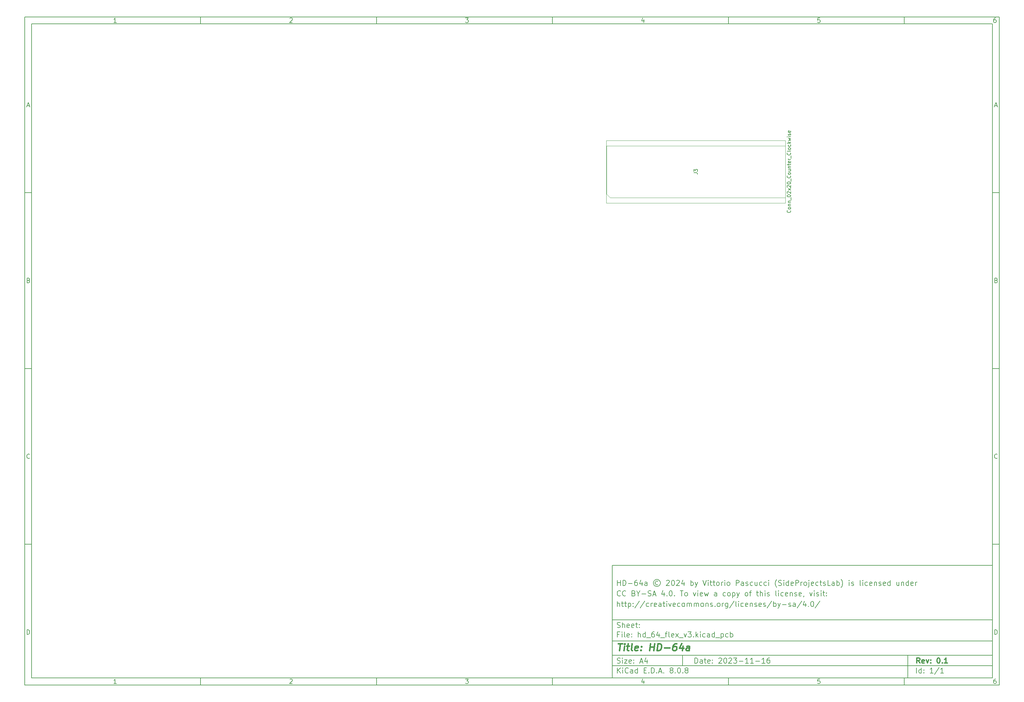
<source format=gbr>
%TF.GenerationSoftware,KiCad,Pcbnew,8.0.8*%
%TF.CreationDate,2025-03-17T16:40:44+01:00*%
%TF.ProjectId,hd_64_flex_v3,68645f36-345f-4666-9c65-785f76332e6b,0.1*%
%TF.SameCoordinates,PXd801da0PY3c45b00*%
%TF.FileFunction,AssemblyDrawing,Top*%
%FSLAX46Y46*%
G04 Gerber Fmt 4.6, Leading zero omitted, Abs format (unit mm)*
G04 Created by KiCad (PCBNEW 8.0.8) date 2025-03-17 16:40:44*
%MOMM*%
%LPD*%
G01*
G04 APERTURE LIST*
%ADD10C,0.100000*%
%ADD11C,0.150000*%
%ADD12C,0.300000*%
%ADD13C,0.400000*%
G04 APERTURE END LIST*
D10*
D11*
X-49497800Y-102807200D02*
X58502200Y-102807200D01*
X58502200Y-134807200D01*
X-49497800Y-134807200D01*
X-49497800Y-102807200D01*
D10*
D11*
X-216500000Y53200000D02*
X60502200Y53200000D01*
X60502200Y-136807200D01*
X-216500000Y-136807200D01*
X-216500000Y53200000D01*
D10*
D11*
X-214500000Y51200000D02*
X58502200Y51200000D01*
X58502200Y-134807200D01*
X-214500000Y-134807200D01*
X-214500000Y51200000D01*
D10*
D11*
X-166500000Y51200000D02*
X-166500000Y53200000D01*
D10*
D11*
X-116500000Y51200000D02*
X-116500000Y53200000D01*
D10*
D11*
X-66500000Y51200000D02*
X-66500000Y53200000D01*
D10*
D11*
X-16500000Y51200000D02*
X-16500000Y53200000D01*
D10*
D11*
X33500000Y51200000D02*
X33500000Y53200000D01*
D10*
D11*
X-190410840Y51606396D02*
X-191153697Y51606396D01*
X-190782269Y51606396D02*
X-190782269Y52906396D01*
X-190782269Y52906396D02*
X-190906078Y52720681D01*
X-190906078Y52720681D02*
X-191029888Y52596872D01*
X-191029888Y52596872D02*
X-191153697Y52534967D01*
D10*
D11*
X-141153697Y52782586D02*
X-141091793Y52844491D01*
X-141091793Y52844491D02*
X-140967983Y52906396D01*
X-140967983Y52906396D02*
X-140658459Y52906396D01*
X-140658459Y52906396D02*
X-140534650Y52844491D01*
X-140534650Y52844491D02*
X-140472745Y52782586D01*
X-140472745Y52782586D02*
X-140410840Y52658777D01*
X-140410840Y52658777D02*
X-140410840Y52534967D01*
X-140410840Y52534967D02*
X-140472745Y52349253D01*
X-140472745Y52349253D02*
X-141215602Y51606396D01*
X-141215602Y51606396D02*
X-140410840Y51606396D01*
D10*
D11*
X-91215602Y52906396D02*
X-90410840Y52906396D01*
X-90410840Y52906396D02*
X-90844174Y52411158D01*
X-90844174Y52411158D02*
X-90658459Y52411158D01*
X-90658459Y52411158D02*
X-90534650Y52349253D01*
X-90534650Y52349253D02*
X-90472745Y52287348D01*
X-90472745Y52287348D02*
X-90410840Y52163539D01*
X-90410840Y52163539D02*
X-90410840Y51854015D01*
X-90410840Y51854015D02*
X-90472745Y51730205D01*
X-90472745Y51730205D02*
X-90534650Y51668300D01*
X-90534650Y51668300D02*
X-90658459Y51606396D01*
X-90658459Y51606396D02*
X-91029888Y51606396D01*
X-91029888Y51606396D02*
X-91153697Y51668300D01*
X-91153697Y51668300D02*
X-91215602Y51730205D01*
D10*
D11*
X-40534650Y52473062D02*
X-40534650Y51606396D01*
X-40844174Y52968300D02*
X-41153697Y52039729D01*
X-41153697Y52039729D02*
X-40348936Y52039729D01*
D10*
D11*
X9527255Y52906396D02*
X8908207Y52906396D01*
X8908207Y52906396D02*
X8846303Y52287348D01*
X8846303Y52287348D02*
X8908207Y52349253D01*
X8908207Y52349253D02*
X9032017Y52411158D01*
X9032017Y52411158D02*
X9341541Y52411158D01*
X9341541Y52411158D02*
X9465350Y52349253D01*
X9465350Y52349253D02*
X9527255Y52287348D01*
X9527255Y52287348D02*
X9589160Y52163539D01*
X9589160Y52163539D02*
X9589160Y51854015D01*
X9589160Y51854015D02*
X9527255Y51730205D01*
X9527255Y51730205D02*
X9465350Y51668300D01*
X9465350Y51668300D02*
X9341541Y51606396D01*
X9341541Y51606396D02*
X9032017Y51606396D01*
X9032017Y51606396D02*
X8908207Y51668300D01*
X8908207Y51668300D02*
X8846303Y51730205D01*
D10*
D11*
X59465350Y52906396D02*
X59217731Y52906396D01*
X59217731Y52906396D02*
X59093922Y52844491D01*
X59093922Y52844491D02*
X59032017Y52782586D01*
X59032017Y52782586D02*
X58908207Y52596872D01*
X58908207Y52596872D02*
X58846303Y52349253D01*
X58846303Y52349253D02*
X58846303Y51854015D01*
X58846303Y51854015D02*
X58908207Y51730205D01*
X58908207Y51730205D02*
X58970112Y51668300D01*
X58970112Y51668300D02*
X59093922Y51606396D01*
X59093922Y51606396D02*
X59341541Y51606396D01*
X59341541Y51606396D02*
X59465350Y51668300D01*
X59465350Y51668300D02*
X59527255Y51730205D01*
X59527255Y51730205D02*
X59589160Y51854015D01*
X59589160Y51854015D02*
X59589160Y52163539D01*
X59589160Y52163539D02*
X59527255Y52287348D01*
X59527255Y52287348D02*
X59465350Y52349253D01*
X59465350Y52349253D02*
X59341541Y52411158D01*
X59341541Y52411158D02*
X59093922Y52411158D01*
X59093922Y52411158D02*
X58970112Y52349253D01*
X58970112Y52349253D02*
X58908207Y52287348D01*
X58908207Y52287348D02*
X58846303Y52163539D01*
D10*
D11*
X-166500000Y-134807200D02*
X-166500000Y-136807200D01*
D10*
D11*
X-116500000Y-134807200D02*
X-116500000Y-136807200D01*
D10*
D11*
X-66500000Y-134807200D02*
X-66500000Y-136807200D01*
D10*
D11*
X-16500000Y-134807200D02*
X-16500000Y-136807200D01*
D10*
D11*
X33500000Y-134807200D02*
X33500000Y-136807200D01*
D10*
D11*
X-190410840Y-136400804D02*
X-191153697Y-136400804D01*
X-190782269Y-136400804D02*
X-190782269Y-135100804D01*
X-190782269Y-135100804D02*
X-190906078Y-135286519D01*
X-190906078Y-135286519D02*
X-191029888Y-135410328D01*
X-191029888Y-135410328D02*
X-191153697Y-135472233D01*
D10*
D11*
X-141153697Y-135224614D02*
X-141091793Y-135162709D01*
X-141091793Y-135162709D02*
X-140967983Y-135100804D01*
X-140967983Y-135100804D02*
X-140658459Y-135100804D01*
X-140658459Y-135100804D02*
X-140534650Y-135162709D01*
X-140534650Y-135162709D02*
X-140472745Y-135224614D01*
X-140472745Y-135224614D02*
X-140410840Y-135348423D01*
X-140410840Y-135348423D02*
X-140410840Y-135472233D01*
X-140410840Y-135472233D02*
X-140472745Y-135657947D01*
X-140472745Y-135657947D02*
X-141215602Y-136400804D01*
X-141215602Y-136400804D02*
X-140410840Y-136400804D01*
D10*
D11*
X-91215602Y-135100804D02*
X-90410840Y-135100804D01*
X-90410840Y-135100804D02*
X-90844174Y-135596042D01*
X-90844174Y-135596042D02*
X-90658459Y-135596042D01*
X-90658459Y-135596042D02*
X-90534650Y-135657947D01*
X-90534650Y-135657947D02*
X-90472745Y-135719852D01*
X-90472745Y-135719852D02*
X-90410840Y-135843661D01*
X-90410840Y-135843661D02*
X-90410840Y-136153185D01*
X-90410840Y-136153185D02*
X-90472745Y-136276995D01*
X-90472745Y-136276995D02*
X-90534650Y-136338900D01*
X-90534650Y-136338900D02*
X-90658459Y-136400804D01*
X-90658459Y-136400804D02*
X-91029888Y-136400804D01*
X-91029888Y-136400804D02*
X-91153697Y-136338900D01*
X-91153697Y-136338900D02*
X-91215602Y-136276995D01*
D10*
D11*
X-40534650Y-135534138D02*
X-40534650Y-136400804D01*
X-40844174Y-135038900D02*
X-41153697Y-135967471D01*
X-41153697Y-135967471D02*
X-40348936Y-135967471D01*
D10*
D11*
X9527255Y-135100804D02*
X8908207Y-135100804D01*
X8908207Y-135100804D02*
X8846303Y-135719852D01*
X8846303Y-135719852D02*
X8908207Y-135657947D01*
X8908207Y-135657947D02*
X9032017Y-135596042D01*
X9032017Y-135596042D02*
X9341541Y-135596042D01*
X9341541Y-135596042D02*
X9465350Y-135657947D01*
X9465350Y-135657947D02*
X9527255Y-135719852D01*
X9527255Y-135719852D02*
X9589160Y-135843661D01*
X9589160Y-135843661D02*
X9589160Y-136153185D01*
X9589160Y-136153185D02*
X9527255Y-136276995D01*
X9527255Y-136276995D02*
X9465350Y-136338900D01*
X9465350Y-136338900D02*
X9341541Y-136400804D01*
X9341541Y-136400804D02*
X9032017Y-136400804D01*
X9032017Y-136400804D02*
X8908207Y-136338900D01*
X8908207Y-136338900D02*
X8846303Y-136276995D01*
D10*
D11*
X59465350Y-135100804D02*
X59217731Y-135100804D01*
X59217731Y-135100804D02*
X59093922Y-135162709D01*
X59093922Y-135162709D02*
X59032017Y-135224614D01*
X59032017Y-135224614D02*
X58908207Y-135410328D01*
X58908207Y-135410328D02*
X58846303Y-135657947D01*
X58846303Y-135657947D02*
X58846303Y-136153185D01*
X58846303Y-136153185D02*
X58908207Y-136276995D01*
X58908207Y-136276995D02*
X58970112Y-136338900D01*
X58970112Y-136338900D02*
X59093922Y-136400804D01*
X59093922Y-136400804D02*
X59341541Y-136400804D01*
X59341541Y-136400804D02*
X59465350Y-136338900D01*
X59465350Y-136338900D02*
X59527255Y-136276995D01*
X59527255Y-136276995D02*
X59589160Y-136153185D01*
X59589160Y-136153185D02*
X59589160Y-135843661D01*
X59589160Y-135843661D02*
X59527255Y-135719852D01*
X59527255Y-135719852D02*
X59465350Y-135657947D01*
X59465350Y-135657947D02*
X59341541Y-135596042D01*
X59341541Y-135596042D02*
X59093922Y-135596042D01*
X59093922Y-135596042D02*
X58970112Y-135657947D01*
X58970112Y-135657947D02*
X58908207Y-135719852D01*
X58908207Y-135719852D02*
X58846303Y-135843661D01*
D10*
D11*
X-216500000Y3200000D02*
X-214500000Y3200000D01*
D10*
D11*
X-216500000Y-46800000D02*
X-214500000Y-46800000D01*
D10*
D11*
X-216500000Y-96800000D02*
X-214500000Y-96800000D01*
D10*
D11*
X-215809524Y27977824D02*
X-215190477Y27977824D01*
X-215933334Y27606396D02*
X-215500001Y28906396D01*
X-215500001Y28906396D02*
X-215066667Y27606396D01*
D10*
D11*
X-215407143Y-21712652D02*
X-215221429Y-21774557D01*
X-215221429Y-21774557D02*
X-215159524Y-21836461D01*
X-215159524Y-21836461D02*
X-215097620Y-21960271D01*
X-215097620Y-21960271D02*
X-215097620Y-22145985D01*
X-215097620Y-22145985D02*
X-215159524Y-22269795D01*
X-215159524Y-22269795D02*
X-215221429Y-22331700D01*
X-215221429Y-22331700D02*
X-215345239Y-22393604D01*
X-215345239Y-22393604D02*
X-215840477Y-22393604D01*
X-215840477Y-22393604D02*
X-215840477Y-21093604D01*
X-215840477Y-21093604D02*
X-215407143Y-21093604D01*
X-215407143Y-21093604D02*
X-215283334Y-21155509D01*
X-215283334Y-21155509D02*
X-215221429Y-21217414D01*
X-215221429Y-21217414D02*
X-215159524Y-21341223D01*
X-215159524Y-21341223D02*
X-215159524Y-21465033D01*
X-215159524Y-21465033D02*
X-215221429Y-21588842D01*
X-215221429Y-21588842D02*
X-215283334Y-21650747D01*
X-215283334Y-21650747D02*
X-215407143Y-21712652D01*
X-215407143Y-21712652D02*
X-215840477Y-21712652D01*
D10*
D11*
X-215097620Y-72269795D02*
X-215159524Y-72331700D01*
X-215159524Y-72331700D02*
X-215345239Y-72393604D01*
X-215345239Y-72393604D02*
X-215469048Y-72393604D01*
X-215469048Y-72393604D02*
X-215654762Y-72331700D01*
X-215654762Y-72331700D02*
X-215778572Y-72207890D01*
X-215778572Y-72207890D02*
X-215840477Y-72084080D01*
X-215840477Y-72084080D02*
X-215902381Y-71836461D01*
X-215902381Y-71836461D02*
X-215902381Y-71650747D01*
X-215902381Y-71650747D02*
X-215840477Y-71403128D01*
X-215840477Y-71403128D02*
X-215778572Y-71279319D01*
X-215778572Y-71279319D02*
X-215654762Y-71155509D01*
X-215654762Y-71155509D02*
X-215469048Y-71093604D01*
X-215469048Y-71093604D02*
X-215345239Y-71093604D01*
X-215345239Y-71093604D02*
X-215159524Y-71155509D01*
X-215159524Y-71155509D02*
X-215097620Y-71217414D01*
D10*
D11*
X-215840477Y-122393604D02*
X-215840477Y-121093604D01*
X-215840477Y-121093604D02*
X-215530953Y-121093604D01*
X-215530953Y-121093604D02*
X-215345239Y-121155509D01*
X-215345239Y-121155509D02*
X-215221429Y-121279319D01*
X-215221429Y-121279319D02*
X-215159524Y-121403128D01*
X-215159524Y-121403128D02*
X-215097620Y-121650747D01*
X-215097620Y-121650747D02*
X-215097620Y-121836461D01*
X-215097620Y-121836461D02*
X-215159524Y-122084080D01*
X-215159524Y-122084080D02*
X-215221429Y-122207890D01*
X-215221429Y-122207890D02*
X-215345239Y-122331700D01*
X-215345239Y-122331700D02*
X-215530953Y-122393604D01*
X-215530953Y-122393604D02*
X-215840477Y-122393604D01*
D10*
D11*
X60502200Y3200000D02*
X58502200Y3200000D01*
D10*
D11*
X60502200Y-46800000D02*
X58502200Y-46800000D01*
D10*
D11*
X60502200Y-96800000D02*
X58502200Y-96800000D01*
D10*
D11*
X59192676Y27977824D02*
X59811723Y27977824D01*
X59068866Y27606396D02*
X59502199Y28906396D01*
X59502199Y28906396D02*
X59935533Y27606396D01*
D10*
D11*
X59595057Y-21712652D02*
X59780771Y-21774557D01*
X59780771Y-21774557D02*
X59842676Y-21836461D01*
X59842676Y-21836461D02*
X59904580Y-21960271D01*
X59904580Y-21960271D02*
X59904580Y-22145985D01*
X59904580Y-22145985D02*
X59842676Y-22269795D01*
X59842676Y-22269795D02*
X59780771Y-22331700D01*
X59780771Y-22331700D02*
X59656961Y-22393604D01*
X59656961Y-22393604D02*
X59161723Y-22393604D01*
X59161723Y-22393604D02*
X59161723Y-21093604D01*
X59161723Y-21093604D02*
X59595057Y-21093604D01*
X59595057Y-21093604D02*
X59718866Y-21155509D01*
X59718866Y-21155509D02*
X59780771Y-21217414D01*
X59780771Y-21217414D02*
X59842676Y-21341223D01*
X59842676Y-21341223D02*
X59842676Y-21465033D01*
X59842676Y-21465033D02*
X59780771Y-21588842D01*
X59780771Y-21588842D02*
X59718866Y-21650747D01*
X59718866Y-21650747D02*
X59595057Y-21712652D01*
X59595057Y-21712652D02*
X59161723Y-21712652D01*
D10*
D11*
X59904580Y-72269795D02*
X59842676Y-72331700D01*
X59842676Y-72331700D02*
X59656961Y-72393604D01*
X59656961Y-72393604D02*
X59533152Y-72393604D01*
X59533152Y-72393604D02*
X59347438Y-72331700D01*
X59347438Y-72331700D02*
X59223628Y-72207890D01*
X59223628Y-72207890D02*
X59161723Y-72084080D01*
X59161723Y-72084080D02*
X59099819Y-71836461D01*
X59099819Y-71836461D02*
X59099819Y-71650747D01*
X59099819Y-71650747D02*
X59161723Y-71403128D01*
X59161723Y-71403128D02*
X59223628Y-71279319D01*
X59223628Y-71279319D02*
X59347438Y-71155509D01*
X59347438Y-71155509D02*
X59533152Y-71093604D01*
X59533152Y-71093604D02*
X59656961Y-71093604D01*
X59656961Y-71093604D02*
X59842676Y-71155509D01*
X59842676Y-71155509D02*
X59904580Y-71217414D01*
D10*
D11*
X59161723Y-122393604D02*
X59161723Y-121093604D01*
X59161723Y-121093604D02*
X59471247Y-121093604D01*
X59471247Y-121093604D02*
X59656961Y-121155509D01*
X59656961Y-121155509D02*
X59780771Y-121279319D01*
X59780771Y-121279319D02*
X59842676Y-121403128D01*
X59842676Y-121403128D02*
X59904580Y-121650747D01*
X59904580Y-121650747D02*
X59904580Y-121836461D01*
X59904580Y-121836461D02*
X59842676Y-122084080D01*
X59842676Y-122084080D02*
X59780771Y-122207890D01*
X59780771Y-122207890D02*
X59656961Y-122331700D01*
X59656961Y-122331700D02*
X59471247Y-122393604D01*
X59471247Y-122393604D02*
X59161723Y-122393604D01*
D10*
D11*
X-26041974Y-130593328D02*
X-26041974Y-129093328D01*
X-26041974Y-129093328D02*
X-25684831Y-129093328D01*
X-25684831Y-129093328D02*
X-25470545Y-129164757D01*
X-25470545Y-129164757D02*
X-25327688Y-129307614D01*
X-25327688Y-129307614D02*
X-25256259Y-129450471D01*
X-25256259Y-129450471D02*
X-25184831Y-129736185D01*
X-25184831Y-129736185D02*
X-25184831Y-129950471D01*
X-25184831Y-129950471D02*
X-25256259Y-130236185D01*
X-25256259Y-130236185D02*
X-25327688Y-130379042D01*
X-25327688Y-130379042D02*
X-25470545Y-130521900D01*
X-25470545Y-130521900D02*
X-25684831Y-130593328D01*
X-25684831Y-130593328D02*
X-26041974Y-130593328D01*
X-23899116Y-130593328D02*
X-23899116Y-129807614D01*
X-23899116Y-129807614D02*
X-23970545Y-129664757D01*
X-23970545Y-129664757D02*
X-24113402Y-129593328D01*
X-24113402Y-129593328D02*
X-24399116Y-129593328D01*
X-24399116Y-129593328D02*
X-24541974Y-129664757D01*
X-23899116Y-130521900D02*
X-24041974Y-130593328D01*
X-24041974Y-130593328D02*
X-24399116Y-130593328D01*
X-24399116Y-130593328D02*
X-24541974Y-130521900D01*
X-24541974Y-130521900D02*
X-24613402Y-130379042D01*
X-24613402Y-130379042D02*
X-24613402Y-130236185D01*
X-24613402Y-130236185D02*
X-24541974Y-130093328D01*
X-24541974Y-130093328D02*
X-24399116Y-130021900D01*
X-24399116Y-130021900D02*
X-24041974Y-130021900D01*
X-24041974Y-130021900D02*
X-23899116Y-129950471D01*
X-23399116Y-129593328D02*
X-22827688Y-129593328D01*
X-23184831Y-129093328D02*
X-23184831Y-130379042D01*
X-23184831Y-130379042D02*
X-23113402Y-130521900D01*
X-23113402Y-130521900D02*
X-22970545Y-130593328D01*
X-22970545Y-130593328D02*
X-22827688Y-130593328D01*
X-21756259Y-130521900D02*
X-21899116Y-130593328D01*
X-21899116Y-130593328D02*
X-22184830Y-130593328D01*
X-22184830Y-130593328D02*
X-22327688Y-130521900D01*
X-22327688Y-130521900D02*
X-22399116Y-130379042D01*
X-22399116Y-130379042D02*
X-22399116Y-129807614D01*
X-22399116Y-129807614D02*
X-22327688Y-129664757D01*
X-22327688Y-129664757D02*
X-22184830Y-129593328D01*
X-22184830Y-129593328D02*
X-21899116Y-129593328D01*
X-21899116Y-129593328D02*
X-21756259Y-129664757D01*
X-21756259Y-129664757D02*
X-21684830Y-129807614D01*
X-21684830Y-129807614D02*
X-21684830Y-129950471D01*
X-21684830Y-129950471D02*
X-22399116Y-130093328D01*
X-21041974Y-130450471D02*
X-20970545Y-130521900D01*
X-20970545Y-130521900D02*
X-21041974Y-130593328D01*
X-21041974Y-130593328D02*
X-21113402Y-130521900D01*
X-21113402Y-130521900D02*
X-21041974Y-130450471D01*
X-21041974Y-130450471D02*
X-21041974Y-130593328D01*
X-21041974Y-129664757D02*
X-20970545Y-129736185D01*
X-20970545Y-129736185D02*
X-21041974Y-129807614D01*
X-21041974Y-129807614D02*
X-21113402Y-129736185D01*
X-21113402Y-129736185D02*
X-21041974Y-129664757D01*
X-21041974Y-129664757D02*
X-21041974Y-129807614D01*
X-19256259Y-129236185D02*
X-19184831Y-129164757D01*
X-19184831Y-129164757D02*
X-19041973Y-129093328D01*
X-19041973Y-129093328D02*
X-18684831Y-129093328D01*
X-18684831Y-129093328D02*
X-18541973Y-129164757D01*
X-18541973Y-129164757D02*
X-18470545Y-129236185D01*
X-18470545Y-129236185D02*
X-18399116Y-129379042D01*
X-18399116Y-129379042D02*
X-18399116Y-129521900D01*
X-18399116Y-129521900D02*
X-18470545Y-129736185D01*
X-18470545Y-129736185D02*
X-19327688Y-130593328D01*
X-19327688Y-130593328D02*
X-18399116Y-130593328D01*
X-17470545Y-129093328D02*
X-17327688Y-129093328D01*
X-17327688Y-129093328D02*
X-17184831Y-129164757D01*
X-17184831Y-129164757D02*
X-17113402Y-129236185D01*
X-17113402Y-129236185D02*
X-17041974Y-129379042D01*
X-17041974Y-129379042D02*
X-16970545Y-129664757D01*
X-16970545Y-129664757D02*
X-16970545Y-130021900D01*
X-16970545Y-130021900D02*
X-17041974Y-130307614D01*
X-17041974Y-130307614D02*
X-17113402Y-130450471D01*
X-17113402Y-130450471D02*
X-17184831Y-130521900D01*
X-17184831Y-130521900D02*
X-17327688Y-130593328D01*
X-17327688Y-130593328D02*
X-17470545Y-130593328D01*
X-17470545Y-130593328D02*
X-17613402Y-130521900D01*
X-17613402Y-130521900D02*
X-17684831Y-130450471D01*
X-17684831Y-130450471D02*
X-17756260Y-130307614D01*
X-17756260Y-130307614D02*
X-17827688Y-130021900D01*
X-17827688Y-130021900D02*
X-17827688Y-129664757D01*
X-17827688Y-129664757D02*
X-17756260Y-129379042D01*
X-17756260Y-129379042D02*
X-17684831Y-129236185D01*
X-17684831Y-129236185D02*
X-17613402Y-129164757D01*
X-17613402Y-129164757D02*
X-17470545Y-129093328D01*
X-16399117Y-129236185D02*
X-16327689Y-129164757D01*
X-16327689Y-129164757D02*
X-16184831Y-129093328D01*
X-16184831Y-129093328D02*
X-15827689Y-129093328D01*
X-15827689Y-129093328D02*
X-15684831Y-129164757D01*
X-15684831Y-129164757D02*
X-15613403Y-129236185D01*
X-15613403Y-129236185D02*
X-15541974Y-129379042D01*
X-15541974Y-129379042D02*
X-15541974Y-129521900D01*
X-15541974Y-129521900D02*
X-15613403Y-129736185D01*
X-15613403Y-129736185D02*
X-16470546Y-130593328D01*
X-16470546Y-130593328D02*
X-15541974Y-130593328D01*
X-15041975Y-129093328D02*
X-14113403Y-129093328D01*
X-14113403Y-129093328D02*
X-14613403Y-129664757D01*
X-14613403Y-129664757D02*
X-14399118Y-129664757D01*
X-14399118Y-129664757D02*
X-14256260Y-129736185D01*
X-14256260Y-129736185D02*
X-14184832Y-129807614D01*
X-14184832Y-129807614D02*
X-14113403Y-129950471D01*
X-14113403Y-129950471D02*
X-14113403Y-130307614D01*
X-14113403Y-130307614D02*
X-14184832Y-130450471D01*
X-14184832Y-130450471D02*
X-14256260Y-130521900D01*
X-14256260Y-130521900D02*
X-14399118Y-130593328D01*
X-14399118Y-130593328D02*
X-14827689Y-130593328D01*
X-14827689Y-130593328D02*
X-14970546Y-130521900D01*
X-14970546Y-130521900D02*
X-15041975Y-130450471D01*
X-13470547Y-130021900D02*
X-12327689Y-130021900D01*
X-10827689Y-130593328D02*
X-11684832Y-130593328D01*
X-11256261Y-130593328D02*
X-11256261Y-129093328D01*
X-11256261Y-129093328D02*
X-11399118Y-129307614D01*
X-11399118Y-129307614D02*
X-11541975Y-129450471D01*
X-11541975Y-129450471D02*
X-11684832Y-129521900D01*
X-9399118Y-130593328D02*
X-10256261Y-130593328D01*
X-9827690Y-130593328D02*
X-9827690Y-129093328D01*
X-9827690Y-129093328D02*
X-9970547Y-129307614D01*
X-9970547Y-129307614D02*
X-10113404Y-129450471D01*
X-10113404Y-129450471D02*
X-10256261Y-129521900D01*
X-8756262Y-130021900D02*
X-7613404Y-130021900D01*
X-6113404Y-130593328D02*
X-6970547Y-130593328D01*
X-6541976Y-130593328D02*
X-6541976Y-129093328D01*
X-6541976Y-129093328D02*
X-6684833Y-129307614D01*
X-6684833Y-129307614D02*
X-6827690Y-129450471D01*
X-6827690Y-129450471D02*
X-6970547Y-129521900D01*
X-4827690Y-129093328D02*
X-5113405Y-129093328D01*
X-5113405Y-129093328D02*
X-5256262Y-129164757D01*
X-5256262Y-129164757D02*
X-5327690Y-129236185D01*
X-5327690Y-129236185D02*
X-5470548Y-129450471D01*
X-5470548Y-129450471D02*
X-5541976Y-129736185D01*
X-5541976Y-129736185D02*
X-5541976Y-130307614D01*
X-5541976Y-130307614D02*
X-5470548Y-130450471D01*
X-5470548Y-130450471D02*
X-5399119Y-130521900D01*
X-5399119Y-130521900D02*
X-5256262Y-130593328D01*
X-5256262Y-130593328D02*
X-4970548Y-130593328D01*
X-4970548Y-130593328D02*
X-4827690Y-130521900D01*
X-4827690Y-130521900D02*
X-4756262Y-130450471D01*
X-4756262Y-130450471D02*
X-4684833Y-130307614D01*
X-4684833Y-130307614D02*
X-4684833Y-129950471D01*
X-4684833Y-129950471D02*
X-4756262Y-129807614D01*
X-4756262Y-129807614D02*
X-4827690Y-129736185D01*
X-4827690Y-129736185D02*
X-4970548Y-129664757D01*
X-4970548Y-129664757D02*
X-5256262Y-129664757D01*
X-5256262Y-129664757D02*
X-5399119Y-129736185D01*
X-5399119Y-129736185D02*
X-5470548Y-129807614D01*
X-5470548Y-129807614D02*
X-5541976Y-129950471D01*
D10*
D11*
X-49497800Y-131307200D02*
X58502200Y-131307200D01*
D10*
D11*
X-48041974Y-133393328D02*
X-48041974Y-131893328D01*
X-47184831Y-133393328D02*
X-47827688Y-132536185D01*
X-47184831Y-131893328D02*
X-48041974Y-132750471D01*
X-46541974Y-133393328D02*
X-46541974Y-132393328D01*
X-46541974Y-131893328D02*
X-46613402Y-131964757D01*
X-46613402Y-131964757D02*
X-46541974Y-132036185D01*
X-46541974Y-132036185D02*
X-46470545Y-131964757D01*
X-46470545Y-131964757D02*
X-46541974Y-131893328D01*
X-46541974Y-131893328D02*
X-46541974Y-132036185D01*
X-44970545Y-133250471D02*
X-45041973Y-133321900D01*
X-45041973Y-133321900D02*
X-45256259Y-133393328D01*
X-45256259Y-133393328D02*
X-45399116Y-133393328D01*
X-45399116Y-133393328D02*
X-45613402Y-133321900D01*
X-45613402Y-133321900D02*
X-45756259Y-133179042D01*
X-45756259Y-133179042D02*
X-45827688Y-133036185D01*
X-45827688Y-133036185D02*
X-45899116Y-132750471D01*
X-45899116Y-132750471D02*
X-45899116Y-132536185D01*
X-45899116Y-132536185D02*
X-45827688Y-132250471D01*
X-45827688Y-132250471D02*
X-45756259Y-132107614D01*
X-45756259Y-132107614D02*
X-45613402Y-131964757D01*
X-45613402Y-131964757D02*
X-45399116Y-131893328D01*
X-45399116Y-131893328D02*
X-45256259Y-131893328D01*
X-45256259Y-131893328D02*
X-45041973Y-131964757D01*
X-45041973Y-131964757D02*
X-44970545Y-132036185D01*
X-43684830Y-133393328D02*
X-43684830Y-132607614D01*
X-43684830Y-132607614D02*
X-43756259Y-132464757D01*
X-43756259Y-132464757D02*
X-43899116Y-132393328D01*
X-43899116Y-132393328D02*
X-44184830Y-132393328D01*
X-44184830Y-132393328D02*
X-44327688Y-132464757D01*
X-43684830Y-133321900D02*
X-43827688Y-133393328D01*
X-43827688Y-133393328D02*
X-44184830Y-133393328D01*
X-44184830Y-133393328D02*
X-44327688Y-133321900D01*
X-44327688Y-133321900D02*
X-44399116Y-133179042D01*
X-44399116Y-133179042D02*
X-44399116Y-133036185D01*
X-44399116Y-133036185D02*
X-44327688Y-132893328D01*
X-44327688Y-132893328D02*
X-44184830Y-132821900D01*
X-44184830Y-132821900D02*
X-43827688Y-132821900D01*
X-43827688Y-132821900D02*
X-43684830Y-132750471D01*
X-42327687Y-133393328D02*
X-42327687Y-131893328D01*
X-42327687Y-133321900D02*
X-42470545Y-133393328D01*
X-42470545Y-133393328D02*
X-42756259Y-133393328D01*
X-42756259Y-133393328D02*
X-42899116Y-133321900D01*
X-42899116Y-133321900D02*
X-42970545Y-133250471D01*
X-42970545Y-133250471D02*
X-43041973Y-133107614D01*
X-43041973Y-133107614D02*
X-43041973Y-132679042D01*
X-43041973Y-132679042D02*
X-42970545Y-132536185D01*
X-42970545Y-132536185D02*
X-42899116Y-132464757D01*
X-42899116Y-132464757D02*
X-42756259Y-132393328D01*
X-42756259Y-132393328D02*
X-42470545Y-132393328D01*
X-42470545Y-132393328D02*
X-42327687Y-132464757D01*
X-40470545Y-132607614D02*
X-39970545Y-132607614D01*
X-39756259Y-133393328D02*
X-40470545Y-133393328D01*
X-40470545Y-133393328D02*
X-40470545Y-131893328D01*
X-40470545Y-131893328D02*
X-39756259Y-131893328D01*
X-39113402Y-133250471D02*
X-39041973Y-133321900D01*
X-39041973Y-133321900D02*
X-39113402Y-133393328D01*
X-39113402Y-133393328D02*
X-39184830Y-133321900D01*
X-39184830Y-133321900D02*
X-39113402Y-133250471D01*
X-39113402Y-133250471D02*
X-39113402Y-133393328D01*
X-38399116Y-133393328D02*
X-38399116Y-131893328D01*
X-38399116Y-131893328D02*
X-38041973Y-131893328D01*
X-38041973Y-131893328D02*
X-37827687Y-131964757D01*
X-37827687Y-131964757D02*
X-37684830Y-132107614D01*
X-37684830Y-132107614D02*
X-37613401Y-132250471D01*
X-37613401Y-132250471D02*
X-37541973Y-132536185D01*
X-37541973Y-132536185D02*
X-37541973Y-132750471D01*
X-37541973Y-132750471D02*
X-37613401Y-133036185D01*
X-37613401Y-133036185D02*
X-37684830Y-133179042D01*
X-37684830Y-133179042D02*
X-37827687Y-133321900D01*
X-37827687Y-133321900D02*
X-38041973Y-133393328D01*
X-38041973Y-133393328D02*
X-38399116Y-133393328D01*
X-36899116Y-133250471D02*
X-36827687Y-133321900D01*
X-36827687Y-133321900D02*
X-36899116Y-133393328D01*
X-36899116Y-133393328D02*
X-36970544Y-133321900D01*
X-36970544Y-133321900D02*
X-36899116Y-133250471D01*
X-36899116Y-133250471D02*
X-36899116Y-133393328D01*
X-36256258Y-132964757D02*
X-35541972Y-132964757D01*
X-36399115Y-133393328D02*
X-35899115Y-131893328D01*
X-35899115Y-131893328D02*
X-35399115Y-133393328D01*
X-34899116Y-133250471D02*
X-34827687Y-133321900D01*
X-34827687Y-133321900D02*
X-34899116Y-133393328D01*
X-34899116Y-133393328D02*
X-34970544Y-133321900D01*
X-34970544Y-133321900D02*
X-34899116Y-133250471D01*
X-34899116Y-133250471D02*
X-34899116Y-133393328D01*
X-32827687Y-132536185D02*
X-32970544Y-132464757D01*
X-32970544Y-132464757D02*
X-33041973Y-132393328D01*
X-33041973Y-132393328D02*
X-33113401Y-132250471D01*
X-33113401Y-132250471D02*
X-33113401Y-132179042D01*
X-33113401Y-132179042D02*
X-33041973Y-132036185D01*
X-33041973Y-132036185D02*
X-32970544Y-131964757D01*
X-32970544Y-131964757D02*
X-32827687Y-131893328D01*
X-32827687Y-131893328D02*
X-32541973Y-131893328D01*
X-32541973Y-131893328D02*
X-32399115Y-131964757D01*
X-32399115Y-131964757D02*
X-32327687Y-132036185D01*
X-32327687Y-132036185D02*
X-32256258Y-132179042D01*
X-32256258Y-132179042D02*
X-32256258Y-132250471D01*
X-32256258Y-132250471D02*
X-32327687Y-132393328D01*
X-32327687Y-132393328D02*
X-32399115Y-132464757D01*
X-32399115Y-132464757D02*
X-32541973Y-132536185D01*
X-32541973Y-132536185D02*
X-32827687Y-132536185D01*
X-32827687Y-132536185D02*
X-32970544Y-132607614D01*
X-32970544Y-132607614D02*
X-33041973Y-132679042D01*
X-33041973Y-132679042D02*
X-33113401Y-132821900D01*
X-33113401Y-132821900D02*
X-33113401Y-133107614D01*
X-33113401Y-133107614D02*
X-33041973Y-133250471D01*
X-33041973Y-133250471D02*
X-32970544Y-133321900D01*
X-32970544Y-133321900D02*
X-32827687Y-133393328D01*
X-32827687Y-133393328D02*
X-32541973Y-133393328D01*
X-32541973Y-133393328D02*
X-32399115Y-133321900D01*
X-32399115Y-133321900D02*
X-32327687Y-133250471D01*
X-32327687Y-133250471D02*
X-32256258Y-133107614D01*
X-32256258Y-133107614D02*
X-32256258Y-132821900D01*
X-32256258Y-132821900D02*
X-32327687Y-132679042D01*
X-32327687Y-132679042D02*
X-32399115Y-132607614D01*
X-32399115Y-132607614D02*
X-32541973Y-132536185D01*
X-31613402Y-133250471D02*
X-31541973Y-133321900D01*
X-31541973Y-133321900D02*
X-31613402Y-133393328D01*
X-31613402Y-133393328D02*
X-31684830Y-133321900D01*
X-31684830Y-133321900D02*
X-31613402Y-133250471D01*
X-31613402Y-133250471D02*
X-31613402Y-133393328D01*
X-30613401Y-131893328D02*
X-30470544Y-131893328D01*
X-30470544Y-131893328D02*
X-30327687Y-131964757D01*
X-30327687Y-131964757D02*
X-30256258Y-132036185D01*
X-30256258Y-132036185D02*
X-30184830Y-132179042D01*
X-30184830Y-132179042D02*
X-30113401Y-132464757D01*
X-30113401Y-132464757D02*
X-30113401Y-132821900D01*
X-30113401Y-132821900D02*
X-30184830Y-133107614D01*
X-30184830Y-133107614D02*
X-30256258Y-133250471D01*
X-30256258Y-133250471D02*
X-30327687Y-133321900D01*
X-30327687Y-133321900D02*
X-30470544Y-133393328D01*
X-30470544Y-133393328D02*
X-30613401Y-133393328D01*
X-30613401Y-133393328D02*
X-30756258Y-133321900D01*
X-30756258Y-133321900D02*
X-30827687Y-133250471D01*
X-30827687Y-133250471D02*
X-30899116Y-133107614D01*
X-30899116Y-133107614D02*
X-30970544Y-132821900D01*
X-30970544Y-132821900D02*
X-30970544Y-132464757D01*
X-30970544Y-132464757D02*
X-30899116Y-132179042D01*
X-30899116Y-132179042D02*
X-30827687Y-132036185D01*
X-30827687Y-132036185D02*
X-30756258Y-131964757D01*
X-30756258Y-131964757D02*
X-30613401Y-131893328D01*
X-29470545Y-133250471D02*
X-29399116Y-133321900D01*
X-29399116Y-133321900D02*
X-29470545Y-133393328D01*
X-29470545Y-133393328D02*
X-29541973Y-133321900D01*
X-29541973Y-133321900D02*
X-29470545Y-133250471D01*
X-29470545Y-133250471D02*
X-29470545Y-133393328D01*
X-28541973Y-132536185D02*
X-28684830Y-132464757D01*
X-28684830Y-132464757D02*
X-28756259Y-132393328D01*
X-28756259Y-132393328D02*
X-28827687Y-132250471D01*
X-28827687Y-132250471D02*
X-28827687Y-132179042D01*
X-28827687Y-132179042D02*
X-28756259Y-132036185D01*
X-28756259Y-132036185D02*
X-28684830Y-131964757D01*
X-28684830Y-131964757D02*
X-28541973Y-131893328D01*
X-28541973Y-131893328D02*
X-28256259Y-131893328D01*
X-28256259Y-131893328D02*
X-28113401Y-131964757D01*
X-28113401Y-131964757D02*
X-28041973Y-132036185D01*
X-28041973Y-132036185D02*
X-27970544Y-132179042D01*
X-27970544Y-132179042D02*
X-27970544Y-132250471D01*
X-27970544Y-132250471D02*
X-28041973Y-132393328D01*
X-28041973Y-132393328D02*
X-28113401Y-132464757D01*
X-28113401Y-132464757D02*
X-28256259Y-132536185D01*
X-28256259Y-132536185D02*
X-28541973Y-132536185D01*
X-28541973Y-132536185D02*
X-28684830Y-132607614D01*
X-28684830Y-132607614D02*
X-28756259Y-132679042D01*
X-28756259Y-132679042D02*
X-28827687Y-132821900D01*
X-28827687Y-132821900D02*
X-28827687Y-133107614D01*
X-28827687Y-133107614D02*
X-28756259Y-133250471D01*
X-28756259Y-133250471D02*
X-28684830Y-133321900D01*
X-28684830Y-133321900D02*
X-28541973Y-133393328D01*
X-28541973Y-133393328D02*
X-28256259Y-133393328D01*
X-28256259Y-133393328D02*
X-28113401Y-133321900D01*
X-28113401Y-133321900D02*
X-28041973Y-133250471D01*
X-28041973Y-133250471D02*
X-27970544Y-133107614D01*
X-27970544Y-133107614D02*
X-27970544Y-132821900D01*
X-27970544Y-132821900D02*
X-28041973Y-132679042D01*
X-28041973Y-132679042D02*
X-28113401Y-132607614D01*
X-28113401Y-132607614D02*
X-28256259Y-132536185D01*
D10*
D11*
X-49497800Y-128307200D02*
X58502200Y-128307200D01*
D10*
D12*
X37913853Y-130585528D02*
X37413853Y-129871242D01*
X37056710Y-130585528D02*
X37056710Y-129085528D01*
X37056710Y-129085528D02*
X37628139Y-129085528D01*
X37628139Y-129085528D02*
X37770996Y-129156957D01*
X37770996Y-129156957D02*
X37842425Y-129228385D01*
X37842425Y-129228385D02*
X37913853Y-129371242D01*
X37913853Y-129371242D02*
X37913853Y-129585528D01*
X37913853Y-129585528D02*
X37842425Y-129728385D01*
X37842425Y-129728385D02*
X37770996Y-129799814D01*
X37770996Y-129799814D02*
X37628139Y-129871242D01*
X37628139Y-129871242D02*
X37056710Y-129871242D01*
X39128139Y-130514100D02*
X38985282Y-130585528D01*
X38985282Y-130585528D02*
X38699568Y-130585528D01*
X38699568Y-130585528D02*
X38556710Y-130514100D01*
X38556710Y-130514100D02*
X38485282Y-130371242D01*
X38485282Y-130371242D02*
X38485282Y-129799814D01*
X38485282Y-129799814D02*
X38556710Y-129656957D01*
X38556710Y-129656957D02*
X38699568Y-129585528D01*
X38699568Y-129585528D02*
X38985282Y-129585528D01*
X38985282Y-129585528D02*
X39128139Y-129656957D01*
X39128139Y-129656957D02*
X39199568Y-129799814D01*
X39199568Y-129799814D02*
X39199568Y-129942671D01*
X39199568Y-129942671D02*
X38485282Y-130085528D01*
X39699567Y-129585528D02*
X40056710Y-130585528D01*
X40056710Y-130585528D02*
X40413853Y-129585528D01*
X40985281Y-130442671D02*
X41056710Y-130514100D01*
X41056710Y-130514100D02*
X40985281Y-130585528D01*
X40985281Y-130585528D02*
X40913853Y-130514100D01*
X40913853Y-130514100D02*
X40985281Y-130442671D01*
X40985281Y-130442671D02*
X40985281Y-130585528D01*
X40985281Y-129656957D02*
X41056710Y-129728385D01*
X41056710Y-129728385D02*
X40985281Y-129799814D01*
X40985281Y-129799814D02*
X40913853Y-129728385D01*
X40913853Y-129728385D02*
X40985281Y-129656957D01*
X40985281Y-129656957D02*
X40985281Y-129799814D01*
X43128139Y-129085528D02*
X43270996Y-129085528D01*
X43270996Y-129085528D02*
X43413853Y-129156957D01*
X43413853Y-129156957D02*
X43485282Y-129228385D01*
X43485282Y-129228385D02*
X43556710Y-129371242D01*
X43556710Y-129371242D02*
X43628139Y-129656957D01*
X43628139Y-129656957D02*
X43628139Y-130014100D01*
X43628139Y-130014100D02*
X43556710Y-130299814D01*
X43556710Y-130299814D02*
X43485282Y-130442671D01*
X43485282Y-130442671D02*
X43413853Y-130514100D01*
X43413853Y-130514100D02*
X43270996Y-130585528D01*
X43270996Y-130585528D02*
X43128139Y-130585528D01*
X43128139Y-130585528D02*
X42985282Y-130514100D01*
X42985282Y-130514100D02*
X42913853Y-130442671D01*
X42913853Y-130442671D02*
X42842424Y-130299814D01*
X42842424Y-130299814D02*
X42770996Y-130014100D01*
X42770996Y-130014100D02*
X42770996Y-129656957D01*
X42770996Y-129656957D02*
X42842424Y-129371242D01*
X42842424Y-129371242D02*
X42913853Y-129228385D01*
X42913853Y-129228385D02*
X42985282Y-129156957D01*
X42985282Y-129156957D02*
X43128139Y-129085528D01*
X44270995Y-130442671D02*
X44342424Y-130514100D01*
X44342424Y-130514100D02*
X44270995Y-130585528D01*
X44270995Y-130585528D02*
X44199567Y-130514100D01*
X44199567Y-130514100D02*
X44270995Y-130442671D01*
X44270995Y-130442671D02*
X44270995Y-130585528D01*
X45770996Y-130585528D02*
X44913853Y-130585528D01*
X45342424Y-130585528D02*
X45342424Y-129085528D01*
X45342424Y-129085528D02*
X45199567Y-129299814D01*
X45199567Y-129299814D02*
X45056710Y-129442671D01*
X45056710Y-129442671D02*
X44913853Y-129514100D01*
D10*
D11*
X-48113402Y-130521900D02*
X-47899116Y-130593328D01*
X-47899116Y-130593328D02*
X-47541974Y-130593328D01*
X-47541974Y-130593328D02*
X-47399116Y-130521900D01*
X-47399116Y-130521900D02*
X-47327688Y-130450471D01*
X-47327688Y-130450471D02*
X-47256259Y-130307614D01*
X-47256259Y-130307614D02*
X-47256259Y-130164757D01*
X-47256259Y-130164757D02*
X-47327688Y-130021900D01*
X-47327688Y-130021900D02*
X-47399116Y-129950471D01*
X-47399116Y-129950471D02*
X-47541974Y-129879042D01*
X-47541974Y-129879042D02*
X-47827688Y-129807614D01*
X-47827688Y-129807614D02*
X-47970545Y-129736185D01*
X-47970545Y-129736185D02*
X-48041974Y-129664757D01*
X-48041974Y-129664757D02*
X-48113402Y-129521900D01*
X-48113402Y-129521900D02*
X-48113402Y-129379042D01*
X-48113402Y-129379042D02*
X-48041974Y-129236185D01*
X-48041974Y-129236185D02*
X-47970545Y-129164757D01*
X-47970545Y-129164757D02*
X-47827688Y-129093328D01*
X-47827688Y-129093328D02*
X-47470545Y-129093328D01*
X-47470545Y-129093328D02*
X-47256259Y-129164757D01*
X-46613403Y-130593328D02*
X-46613403Y-129593328D01*
X-46613403Y-129093328D02*
X-46684831Y-129164757D01*
X-46684831Y-129164757D02*
X-46613403Y-129236185D01*
X-46613403Y-129236185D02*
X-46541974Y-129164757D01*
X-46541974Y-129164757D02*
X-46613403Y-129093328D01*
X-46613403Y-129093328D02*
X-46613403Y-129236185D01*
X-46041974Y-129593328D02*
X-45256259Y-129593328D01*
X-45256259Y-129593328D02*
X-46041974Y-130593328D01*
X-46041974Y-130593328D02*
X-45256259Y-130593328D01*
X-44113402Y-130521900D02*
X-44256259Y-130593328D01*
X-44256259Y-130593328D02*
X-44541973Y-130593328D01*
X-44541973Y-130593328D02*
X-44684831Y-130521900D01*
X-44684831Y-130521900D02*
X-44756259Y-130379042D01*
X-44756259Y-130379042D02*
X-44756259Y-129807614D01*
X-44756259Y-129807614D02*
X-44684831Y-129664757D01*
X-44684831Y-129664757D02*
X-44541973Y-129593328D01*
X-44541973Y-129593328D02*
X-44256259Y-129593328D01*
X-44256259Y-129593328D02*
X-44113402Y-129664757D01*
X-44113402Y-129664757D02*
X-44041973Y-129807614D01*
X-44041973Y-129807614D02*
X-44041973Y-129950471D01*
X-44041973Y-129950471D02*
X-44756259Y-130093328D01*
X-43399117Y-130450471D02*
X-43327688Y-130521900D01*
X-43327688Y-130521900D02*
X-43399117Y-130593328D01*
X-43399117Y-130593328D02*
X-43470545Y-130521900D01*
X-43470545Y-130521900D02*
X-43399117Y-130450471D01*
X-43399117Y-130450471D02*
X-43399117Y-130593328D01*
X-43399117Y-129664757D02*
X-43327688Y-129736185D01*
X-43327688Y-129736185D02*
X-43399117Y-129807614D01*
X-43399117Y-129807614D02*
X-43470545Y-129736185D01*
X-43470545Y-129736185D02*
X-43399117Y-129664757D01*
X-43399117Y-129664757D02*
X-43399117Y-129807614D01*
X-41613402Y-130164757D02*
X-40899116Y-130164757D01*
X-41756259Y-130593328D02*
X-41256259Y-129093328D01*
X-41256259Y-129093328D02*
X-40756259Y-130593328D01*
X-39613402Y-129593328D02*
X-39613402Y-130593328D01*
X-39970545Y-129021900D02*
X-40327688Y-130093328D01*
X-40327688Y-130093328D02*
X-39399117Y-130093328D01*
D10*
D11*
X36958026Y-133393328D02*
X36958026Y-131893328D01*
X38315170Y-133393328D02*
X38315170Y-131893328D01*
X38315170Y-133321900D02*
X38172312Y-133393328D01*
X38172312Y-133393328D02*
X37886598Y-133393328D01*
X37886598Y-133393328D02*
X37743741Y-133321900D01*
X37743741Y-133321900D02*
X37672312Y-133250471D01*
X37672312Y-133250471D02*
X37600884Y-133107614D01*
X37600884Y-133107614D02*
X37600884Y-132679042D01*
X37600884Y-132679042D02*
X37672312Y-132536185D01*
X37672312Y-132536185D02*
X37743741Y-132464757D01*
X37743741Y-132464757D02*
X37886598Y-132393328D01*
X37886598Y-132393328D02*
X38172312Y-132393328D01*
X38172312Y-132393328D02*
X38315170Y-132464757D01*
X39029455Y-133250471D02*
X39100884Y-133321900D01*
X39100884Y-133321900D02*
X39029455Y-133393328D01*
X39029455Y-133393328D02*
X38958027Y-133321900D01*
X38958027Y-133321900D02*
X39029455Y-133250471D01*
X39029455Y-133250471D02*
X39029455Y-133393328D01*
X39029455Y-132464757D02*
X39100884Y-132536185D01*
X39100884Y-132536185D02*
X39029455Y-132607614D01*
X39029455Y-132607614D02*
X38958027Y-132536185D01*
X38958027Y-132536185D02*
X39029455Y-132464757D01*
X39029455Y-132464757D02*
X39029455Y-132607614D01*
X41672313Y-133393328D02*
X40815170Y-133393328D01*
X41243741Y-133393328D02*
X41243741Y-131893328D01*
X41243741Y-131893328D02*
X41100884Y-132107614D01*
X41100884Y-132107614D02*
X40958027Y-132250471D01*
X40958027Y-132250471D02*
X40815170Y-132321900D01*
X43386598Y-131821900D02*
X42100884Y-133750471D01*
X44672313Y-133393328D02*
X43815170Y-133393328D01*
X44243741Y-133393328D02*
X44243741Y-131893328D01*
X44243741Y-131893328D02*
X44100884Y-132107614D01*
X44100884Y-132107614D02*
X43958027Y-132250471D01*
X43958027Y-132250471D02*
X43815170Y-132321900D01*
D10*
D11*
X-49497800Y-124307200D02*
X58502200Y-124307200D01*
D10*
D13*
X-47806072Y-125011638D02*
X-46663215Y-125011638D01*
X-47484643Y-127011638D02*
X-47234643Y-125011638D01*
X-46246548Y-127011638D02*
X-46079881Y-125678304D01*
X-45996548Y-125011638D02*
X-46103691Y-125106876D01*
X-46103691Y-125106876D02*
X-46020357Y-125202114D01*
X-46020357Y-125202114D02*
X-45913214Y-125106876D01*
X-45913214Y-125106876D02*
X-45996548Y-125011638D01*
X-45996548Y-125011638D02*
X-46020357Y-125202114D01*
X-45413214Y-125678304D02*
X-44651310Y-125678304D01*
X-45044167Y-125011638D02*
X-45258452Y-126725923D01*
X-45258452Y-126725923D02*
X-45187024Y-126916400D01*
X-45187024Y-126916400D02*
X-45008452Y-127011638D01*
X-45008452Y-127011638D02*
X-44817976Y-127011638D01*
X-43865595Y-127011638D02*
X-44044167Y-126916400D01*
X-44044167Y-126916400D02*
X-44115595Y-126725923D01*
X-44115595Y-126725923D02*
X-43901310Y-125011638D01*
X-42329881Y-126916400D02*
X-42532262Y-127011638D01*
X-42532262Y-127011638D02*
X-42913215Y-127011638D01*
X-42913215Y-127011638D02*
X-43091786Y-126916400D01*
X-43091786Y-126916400D02*
X-43163215Y-126725923D01*
X-43163215Y-126725923D02*
X-43067976Y-125964019D01*
X-43067976Y-125964019D02*
X-42948929Y-125773542D01*
X-42948929Y-125773542D02*
X-42746548Y-125678304D01*
X-42746548Y-125678304D02*
X-42365596Y-125678304D01*
X-42365596Y-125678304D02*
X-42187024Y-125773542D01*
X-42187024Y-125773542D02*
X-42115596Y-125964019D01*
X-42115596Y-125964019D02*
X-42139405Y-126154495D01*
X-42139405Y-126154495D02*
X-43115596Y-126344971D01*
X-41365595Y-126821161D02*
X-41282262Y-126916400D01*
X-41282262Y-126916400D02*
X-41389405Y-127011638D01*
X-41389405Y-127011638D02*
X-41472738Y-126916400D01*
X-41472738Y-126916400D02*
X-41365595Y-126821161D01*
X-41365595Y-126821161D02*
X-41389405Y-127011638D01*
X-41234643Y-125773542D02*
X-41151310Y-125868780D01*
X-41151310Y-125868780D02*
X-41258452Y-125964019D01*
X-41258452Y-125964019D02*
X-41341786Y-125868780D01*
X-41341786Y-125868780D02*
X-41234643Y-125773542D01*
X-41234643Y-125773542D02*
X-41258452Y-125964019D01*
X-38913214Y-127011638D02*
X-38663214Y-125011638D01*
X-38782261Y-125964019D02*
X-37639404Y-125964019D01*
X-37770357Y-127011638D02*
X-37520357Y-125011638D01*
X-36817976Y-127011638D02*
X-36567976Y-125011638D01*
X-36567976Y-125011638D02*
X-36091785Y-125011638D01*
X-36091785Y-125011638D02*
X-35817976Y-125106876D01*
X-35817976Y-125106876D02*
X-35651309Y-125297352D01*
X-35651309Y-125297352D02*
X-35579881Y-125487828D01*
X-35579881Y-125487828D02*
X-35532261Y-125868780D01*
X-35532261Y-125868780D02*
X-35567976Y-126154495D01*
X-35567976Y-126154495D02*
X-35710833Y-126535447D01*
X-35710833Y-126535447D02*
X-35829881Y-126725923D01*
X-35829881Y-126725923D02*
X-36044166Y-126916400D01*
X-36044166Y-126916400D02*
X-36341785Y-127011638D01*
X-36341785Y-127011638D02*
X-36817976Y-127011638D01*
X-34722738Y-126249733D02*
X-33198928Y-126249733D01*
X-31234643Y-125011638D02*
X-31615595Y-125011638D01*
X-31615595Y-125011638D02*
X-31817976Y-125106876D01*
X-31817976Y-125106876D02*
X-31925119Y-125202114D01*
X-31925119Y-125202114D02*
X-32151310Y-125487828D01*
X-32151310Y-125487828D02*
X-32294167Y-125868780D01*
X-32294167Y-125868780D02*
X-32389405Y-126630685D01*
X-32389405Y-126630685D02*
X-32317976Y-126821161D01*
X-32317976Y-126821161D02*
X-32234643Y-126916400D01*
X-32234643Y-126916400D02*
X-32056071Y-127011638D01*
X-32056071Y-127011638D02*
X-31675119Y-127011638D01*
X-31675119Y-127011638D02*
X-31472738Y-126916400D01*
X-31472738Y-126916400D02*
X-31365595Y-126821161D01*
X-31365595Y-126821161D02*
X-31246548Y-126630685D01*
X-31246548Y-126630685D02*
X-31187024Y-126154495D01*
X-31187024Y-126154495D02*
X-31258452Y-125964019D01*
X-31258452Y-125964019D02*
X-31341786Y-125868780D01*
X-31341786Y-125868780D02*
X-31520357Y-125773542D01*
X-31520357Y-125773542D02*
X-31901310Y-125773542D01*
X-31901310Y-125773542D02*
X-32103691Y-125868780D01*
X-32103691Y-125868780D02*
X-32210833Y-125964019D01*
X-32210833Y-125964019D02*
X-32329881Y-126154495D01*
X-29413214Y-125678304D02*
X-29579881Y-127011638D01*
X-29794167Y-124916400D02*
X-30448929Y-126344971D01*
X-30448929Y-126344971D02*
X-29210833Y-126344971D01*
X-27675119Y-127011638D02*
X-27544167Y-125964019D01*
X-27544167Y-125964019D02*
X-27615595Y-125773542D01*
X-27615595Y-125773542D02*
X-27794167Y-125678304D01*
X-27794167Y-125678304D02*
X-28175119Y-125678304D01*
X-28175119Y-125678304D02*
X-28377500Y-125773542D01*
X-27663214Y-126916400D02*
X-27865595Y-127011638D01*
X-27865595Y-127011638D02*
X-28341786Y-127011638D01*
X-28341786Y-127011638D02*
X-28520357Y-126916400D01*
X-28520357Y-126916400D02*
X-28591786Y-126725923D01*
X-28591786Y-126725923D02*
X-28567976Y-126535447D01*
X-28567976Y-126535447D02*
X-28448928Y-126344971D01*
X-28448928Y-126344971D02*
X-28246547Y-126249733D01*
X-28246547Y-126249733D02*
X-27770357Y-126249733D01*
X-27770357Y-126249733D02*
X-27567976Y-126154495D01*
D10*
D11*
X-47541974Y-122407614D02*
X-48041974Y-122407614D01*
X-48041974Y-123193328D02*
X-48041974Y-121693328D01*
X-48041974Y-121693328D02*
X-47327688Y-121693328D01*
X-46756260Y-123193328D02*
X-46756260Y-122193328D01*
X-46756260Y-121693328D02*
X-46827688Y-121764757D01*
X-46827688Y-121764757D02*
X-46756260Y-121836185D01*
X-46756260Y-121836185D02*
X-46684831Y-121764757D01*
X-46684831Y-121764757D02*
X-46756260Y-121693328D01*
X-46756260Y-121693328D02*
X-46756260Y-121836185D01*
X-45827688Y-123193328D02*
X-45970545Y-123121900D01*
X-45970545Y-123121900D02*
X-46041974Y-122979042D01*
X-46041974Y-122979042D02*
X-46041974Y-121693328D01*
X-44684831Y-123121900D02*
X-44827688Y-123193328D01*
X-44827688Y-123193328D02*
X-45113402Y-123193328D01*
X-45113402Y-123193328D02*
X-45256260Y-123121900D01*
X-45256260Y-123121900D02*
X-45327688Y-122979042D01*
X-45327688Y-122979042D02*
X-45327688Y-122407614D01*
X-45327688Y-122407614D02*
X-45256260Y-122264757D01*
X-45256260Y-122264757D02*
X-45113402Y-122193328D01*
X-45113402Y-122193328D02*
X-44827688Y-122193328D01*
X-44827688Y-122193328D02*
X-44684831Y-122264757D01*
X-44684831Y-122264757D02*
X-44613402Y-122407614D01*
X-44613402Y-122407614D02*
X-44613402Y-122550471D01*
X-44613402Y-122550471D02*
X-45327688Y-122693328D01*
X-43970546Y-123050471D02*
X-43899117Y-123121900D01*
X-43899117Y-123121900D02*
X-43970546Y-123193328D01*
X-43970546Y-123193328D02*
X-44041974Y-123121900D01*
X-44041974Y-123121900D02*
X-43970546Y-123050471D01*
X-43970546Y-123050471D02*
X-43970546Y-123193328D01*
X-43970546Y-122264757D02*
X-43899117Y-122336185D01*
X-43899117Y-122336185D02*
X-43970546Y-122407614D01*
X-43970546Y-122407614D02*
X-44041974Y-122336185D01*
X-44041974Y-122336185D02*
X-43970546Y-122264757D01*
X-43970546Y-122264757D02*
X-43970546Y-122407614D01*
X-42113403Y-123193328D02*
X-42113403Y-121693328D01*
X-41470545Y-123193328D02*
X-41470545Y-122407614D01*
X-41470545Y-122407614D02*
X-41541974Y-122264757D01*
X-41541974Y-122264757D02*
X-41684831Y-122193328D01*
X-41684831Y-122193328D02*
X-41899117Y-122193328D01*
X-41899117Y-122193328D02*
X-42041974Y-122264757D01*
X-42041974Y-122264757D02*
X-42113403Y-122336185D01*
X-40113402Y-123193328D02*
X-40113402Y-121693328D01*
X-40113402Y-123121900D02*
X-40256260Y-123193328D01*
X-40256260Y-123193328D02*
X-40541974Y-123193328D01*
X-40541974Y-123193328D02*
X-40684831Y-123121900D01*
X-40684831Y-123121900D02*
X-40756260Y-123050471D01*
X-40756260Y-123050471D02*
X-40827688Y-122907614D01*
X-40827688Y-122907614D02*
X-40827688Y-122479042D01*
X-40827688Y-122479042D02*
X-40756260Y-122336185D01*
X-40756260Y-122336185D02*
X-40684831Y-122264757D01*
X-40684831Y-122264757D02*
X-40541974Y-122193328D01*
X-40541974Y-122193328D02*
X-40256260Y-122193328D01*
X-40256260Y-122193328D02*
X-40113402Y-122264757D01*
X-39756259Y-123336185D02*
X-38613402Y-123336185D01*
X-37613402Y-121693328D02*
X-37899117Y-121693328D01*
X-37899117Y-121693328D02*
X-38041974Y-121764757D01*
X-38041974Y-121764757D02*
X-38113402Y-121836185D01*
X-38113402Y-121836185D02*
X-38256260Y-122050471D01*
X-38256260Y-122050471D02*
X-38327688Y-122336185D01*
X-38327688Y-122336185D02*
X-38327688Y-122907614D01*
X-38327688Y-122907614D02*
X-38256260Y-123050471D01*
X-38256260Y-123050471D02*
X-38184831Y-123121900D01*
X-38184831Y-123121900D02*
X-38041974Y-123193328D01*
X-38041974Y-123193328D02*
X-37756260Y-123193328D01*
X-37756260Y-123193328D02*
X-37613402Y-123121900D01*
X-37613402Y-123121900D02*
X-37541974Y-123050471D01*
X-37541974Y-123050471D02*
X-37470545Y-122907614D01*
X-37470545Y-122907614D02*
X-37470545Y-122550471D01*
X-37470545Y-122550471D02*
X-37541974Y-122407614D01*
X-37541974Y-122407614D02*
X-37613402Y-122336185D01*
X-37613402Y-122336185D02*
X-37756260Y-122264757D01*
X-37756260Y-122264757D02*
X-38041974Y-122264757D01*
X-38041974Y-122264757D02*
X-38184831Y-122336185D01*
X-38184831Y-122336185D02*
X-38256260Y-122407614D01*
X-38256260Y-122407614D02*
X-38327688Y-122550471D01*
X-36184831Y-122193328D02*
X-36184831Y-123193328D01*
X-36541974Y-121621900D02*
X-36899117Y-122693328D01*
X-36899117Y-122693328D02*
X-35970546Y-122693328D01*
X-35756260Y-123336185D02*
X-34613403Y-123336185D01*
X-34470546Y-122193328D02*
X-33899118Y-122193328D01*
X-34256261Y-123193328D02*
X-34256261Y-121907614D01*
X-34256261Y-121907614D02*
X-34184832Y-121764757D01*
X-34184832Y-121764757D02*
X-34041975Y-121693328D01*
X-34041975Y-121693328D02*
X-33899118Y-121693328D01*
X-33184832Y-123193328D02*
X-33327689Y-123121900D01*
X-33327689Y-123121900D02*
X-33399118Y-122979042D01*
X-33399118Y-122979042D02*
X-33399118Y-121693328D01*
X-32041975Y-123121900D02*
X-32184832Y-123193328D01*
X-32184832Y-123193328D02*
X-32470546Y-123193328D01*
X-32470546Y-123193328D02*
X-32613404Y-123121900D01*
X-32613404Y-123121900D02*
X-32684832Y-122979042D01*
X-32684832Y-122979042D02*
X-32684832Y-122407614D01*
X-32684832Y-122407614D02*
X-32613404Y-122264757D01*
X-32613404Y-122264757D02*
X-32470546Y-122193328D01*
X-32470546Y-122193328D02*
X-32184832Y-122193328D01*
X-32184832Y-122193328D02*
X-32041975Y-122264757D01*
X-32041975Y-122264757D02*
X-31970546Y-122407614D01*
X-31970546Y-122407614D02*
X-31970546Y-122550471D01*
X-31970546Y-122550471D02*
X-32684832Y-122693328D01*
X-31470547Y-123193328D02*
X-30684832Y-122193328D01*
X-31470547Y-122193328D02*
X-30684832Y-123193328D01*
X-30470546Y-123336185D02*
X-29327689Y-123336185D01*
X-29113404Y-122193328D02*
X-28756261Y-123193328D01*
X-28756261Y-123193328D02*
X-28399118Y-122193328D01*
X-27970547Y-121693328D02*
X-27041975Y-121693328D01*
X-27041975Y-121693328D02*
X-27541975Y-122264757D01*
X-27541975Y-122264757D02*
X-27327690Y-122264757D01*
X-27327690Y-122264757D02*
X-27184832Y-122336185D01*
X-27184832Y-122336185D02*
X-27113404Y-122407614D01*
X-27113404Y-122407614D02*
X-27041975Y-122550471D01*
X-27041975Y-122550471D02*
X-27041975Y-122907614D01*
X-27041975Y-122907614D02*
X-27113404Y-123050471D01*
X-27113404Y-123050471D02*
X-27184832Y-123121900D01*
X-27184832Y-123121900D02*
X-27327690Y-123193328D01*
X-27327690Y-123193328D02*
X-27756261Y-123193328D01*
X-27756261Y-123193328D02*
X-27899118Y-123121900D01*
X-27899118Y-123121900D02*
X-27970547Y-123050471D01*
X-26399119Y-123050471D02*
X-26327690Y-123121900D01*
X-26327690Y-123121900D02*
X-26399119Y-123193328D01*
X-26399119Y-123193328D02*
X-26470547Y-123121900D01*
X-26470547Y-123121900D02*
X-26399119Y-123050471D01*
X-26399119Y-123050471D02*
X-26399119Y-123193328D01*
X-25684833Y-123193328D02*
X-25684833Y-121693328D01*
X-25541975Y-122621900D02*
X-25113404Y-123193328D01*
X-25113404Y-122193328D02*
X-25684833Y-122764757D01*
X-24470547Y-123193328D02*
X-24470547Y-122193328D01*
X-24470547Y-121693328D02*
X-24541975Y-121764757D01*
X-24541975Y-121764757D02*
X-24470547Y-121836185D01*
X-24470547Y-121836185D02*
X-24399118Y-121764757D01*
X-24399118Y-121764757D02*
X-24470547Y-121693328D01*
X-24470547Y-121693328D02*
X-24470547Y-121836185D01*
X-23113403Y-123121900D02*
X-23256261Y-123193328D01*
X-23256261Y-123193328D02*
X-23541975Y-123193328D01*
X-23541975Y-123193328D02*
X-23684832Y-123121900D01*
X-23684832Y-123121900D02*
X-23756261Y-123050471D01*
X-23756261Y-123050471D02*
X-23827689Y-122907614D01*
X-23827689Y-122907614D02*
X-23827689Y-122479042D01*
X-23827689Y-122479042D02*
X-23756261Y-122336185D01*
X-23756261Y-122336185D02*
X-23684832Y-122264757D01*
X-23684832Y-122264757D02*
X-23541975Y-122193328D01*
X-23541975Y-122193328D02*
X-23256261Y-122193328D01*
X-23256261Y-122193328D02*
X-23113403Y-122264757D01*
X-21827689Y-123193328D02*
X-21827689Y-122407614D01*
X-21827689Y-122407614D02*
X-21899118Y-122264757D01*
X-21899118Y-122264757D02*
X-22041975Y-122193328D01*
X-22041975Y-122193328D02*
X-22327689Y-122193328D01*
X-22327689Y-122193328D02*
X-22470547Y-122264757D01*
X-21827689Y-123121900D02*
X-21970547Y-123193328D01*
X-21970547Y-123193328D02*
X-22327689Y-123193328D01*
X-22327689Y-123193328D02*
X-22470547Y-123121900D01*
X-22470547Y-123121900D02*
X-22541975Y-122979042D01*
X-22541975Y-122979042D02*
X-22541975Y-122836185D01*
X-22541975Y-122836185D02*
X-22470547Y-122693328D01*
X-22470547Y-122693328D02*
X-22327689Y-122621900D01*
X-22327689Y-122621900D02*
X-21970547Y-122621900D01*
X-21970547Y-122621900D02*
X-21827689Y-122550471D01*
X-20470546Y-123193328D02*
X-20470546Y-121693328D01*
X-20470546Y-123121900D02*
X-20613404Y-123193328D01*
X-20613404Y-123193328D02*
X-20899118Y-123193328D01*
X-20899118Y-123193328D02*
X-21041975Y-123121900D01*
X-21041975Y-123121900D02*
X-21113404Y-123050471D01*
X-21113404Y-123050471D02*
X-21184832Y-122907614D01*
X-21184832Y-122907614D02*
X-21184832Y-122479042D01*
X-21184832Y-122479042D02*
X-21113404Y-122336185D01*
X-21113404Y-122336185D02*
X-21041975Y-122264757D01*
X-21041975Y-122264757D02*
X-20899118Y-122193328D01*
X-20899118Y-122193328D02*
X-20613404Y-122193328D01*
X-20613404Y-122193328D02*
X-20470546Y-122264757D01*
X-20113403Y-123336185D02*
X-18970546Y-123336185D01*
X-18613404Y-122193328D02*
X-18613404Y-123693328D01*
X-18613404Y-122264757D02*
X-18470546Y-122193328D01*
X-18470546Y-122193328D02*
X-18184832Y-122193328D01*
X-18184832Y-122193328D02*
X-18041975Y-122264757D01*
X-18041975Y-122264757D02*
X-17970546Y-122336185D01*
X-17970546Y-122336185D02*
X-17899118Y-122479042D01*
X-17899118Y-122479042D02*
X-17899118Y-122907614D01*
X-17899118Y-122907614D02*
X-17970546Y-123050471D01*
X-17970546Y-123050471D02*
X-18041975Y-123121900D01*
X-18041975Y-123121900D02*
X-18184832Y-123193328D01*
X-18184832Y-123193328D02*
X-18470546Y-123193328D01*
X-18470546Y-123193328D02*
X-18613404Y-123121900D01*
X-16613403Y-123121900D02*
X-16756261Y-123193328D01*
X-16756261Y-123193328D02*
X-17041975Y-123193328D01*
X-17041975Y-123193328D02*
X-17184832Y-123121900D01*
X-17184832Y-123121900D02*
X-17256261Y-123050471D01*
X-17256261Y-123050471D02*
X-17327689Y-122907614D01*
X-17327689Y-122907614D02*
X-17327689Y-122479042D01*
X-17327689Y-122479042D02*
X-17256261Y-122336185D01*
X-17256261Y-122336185D02*
X-17184832Y-122264757D01*
X-17184832Y-122264757D02*
X-17041975Y-122193328D01*
X-17041975Y-122193328D02*
X-16756261Y-122193328D01*
X-16756261Y-122193328D02*
X-16613403Y-122264757D01*
X-15970547Y-123193328D02*
X-15970547Y-121693328D01*
X-15970547Y-122264757D02*
X-15827689Y-122193328D01*
X-15827689Y-122193328D02*
X-15541975Y-122193328D01*
X-15541975Y-122193328D02*
X-15399118Y-122264757D01*
X-15399118Y-122264757D02*
X-15327689Y-122336185D01*
X-15327689Y-122336185D02*
X-15256261Y-122479042D01*
X-15256261Y-122479042D02*
X-15256261Y-122907614D01*
X-15256261Y-122907614D02*
X-15327689Y-123050471D01*
X-15327689Y-123050471D02*
X-15399118Y-123121900D01*
X-15399118Y-123121900D02*
X-15541975Y-123193328D01*
X-15541975Y-123193328D02*
X-15827689Y-123193328D01*
X-15827689Y-123193328D02*
X-15970547Y-123121900D01*
D10*
D11*
X-49497800Y-118307200D02*
X58502200Y-118307200D01*
D10*
D11*
X-48113402Y-120421900D02*
X-47899116Y-120493328D01*
X-47899116Y-120493328D02*
X-47541974Y-120493328D01*
X-47541974Y-120493328D02*
X-47399116Y-120421900D01*
X-47399116Y-120421900D02*
X-47327688Y-120350471D01*
X-47327688Y-120350471D02*
X-47256259Y-120207614D01*
X-47256259Y-120207614D02*
X-47256259Y-120064757D01*
X-47256259Y-120064757D02*
X-47327688Y-119921900D01*
X-47327688Y-119921900D02*
X-47399116Y-119850471D01*
X-47399116Y-119850471D02*
X-47541974Y-119779042D01*
X-47541974Y-119779042D02*
X-47827688Y-119707614D01*
X-47827688Y-119707614D02*
X-47970545Y-119636185D01*
X-47970545Y-119636185D02*
X-48041974Y-119564757D01*
X-48041974Y-119564757D02*
X-48113402Y-119421900D01*
X-48113402Y-119421900D02*
X-48113402Y-119279042D01*
X-48113402Y-119279042D02*
X-48041974Y-119136185D01*
X-48041974Y-119136185D02*
X-47970545Y-119064757D01*
X-47970545Y-119064757D02*
X-47827688Y-118993328D01*
X-47827688Y-118993328D02*
X-47470545Y-118993328D01*
X-47470545Y-118993328D02*
X-47256259Y-119064757D01*
X-46613403Y-120493328D02*
X-46613403Y-118993328D01*
X-45970545Y-120493328D02*
X-45970545Y-119707614D01*
X-45970545Y-119707614D02*
X-46041974Y-119564757D01*
X-46041974Y-119564757D02*
X-46184831Y-119493328D01*
X-46184831Y-119493328D02*
X-46399117Y-119493328D01*
X-46399117Y-119493328D02*
X-46541974Y-119564757D01*
X-46541974Y-119564757D02*
X-46613403Y-119636185D01*
X-44684831Y-120421900D02*
X-44827688Y-120493328D01*
X-44827688Y-120493328D02*
X-45113402Y-120493328D01*
X-45113402Y-120493328D02*
X-45256260Y-120421900D01*
X-45256260Y-120421900D02*
X-45327688Y-120279042D01*
X-45327688Y-120279042D02*
X-45327688Y-119707614D01*
X-45327688Y-119707614D02*
X-45256260Y-119564757D01*
X-45256260Y-119564757D02*
X-45113402Y-119493328D01*
X-45113402Y-119493328D02*
X-44827688Y-119493328D01*
X-44827688Y-119493328D02*
X-44684831Y-119564757D01*
X-44684831Y-119564757D02*
X-44613402Y-119707614D01*
X-44613402Y-119707614D02*
X-44613402Y-119850471D01*
X-44613402Y-119850471D02*
X-45327688Y-119993328D01*
X-43399117Y-120421900D02*
X-43541974Y-120493328D01*
X-43541974Y-120493328D02*
X-43827688Y-120493328D01*
X-43827688Y-120493328D02*
X-43970546Y-120421900D01*
X-43970546Y-120421900D02*
X-44041974Y-120279042D01*
X-44041974Y-120279042D02*
X-44041974Y-119707614D01*
X-44041974Y-119707614D02*
X-43970546Y-119564757D01*
X-43970546Y-119564757D02*
X-43827688Y-119493328D01*
X-43827688Y-119493328D02*
X-43541974Y-119493328D01*
X-43541974Y-119493328D02*
X-43399117Y-119564757D01*
X-43399117Y-119564757D02*
X-43327688Y-119707614D01*
X-43327688Y-119707614D02*
X-43327688Y-119850471D01*
X-43327688Y-119850471D02*
X-44041974Y-119993328D01*
X-42899117Y-119493328D02*
X-42327689Y-119493328D01*
X-42684832Y-118993328D02*
X-42684832Y-120279042D01*
X-42684832Y-120279042D02*
X-42613403Y-120421900D01*
X-42613403Y-120421900D02*
X-42470546Y-120493328D01*
X-42470546Y-120493328D02*
X-42327689Y-120493328D01*
X-41827689Y-120350471D02*
X-41756260Y-120421900D01*
X-41756260Y-120421900D02*
X-41827689Y-120493328D01*
X-41827689Y-120493328D02*
X-41899117Y-120421900D01*
X-41899117Y-120421900D02*
X-41827689Y-120350471D01*
X-41827689Y-120350471D02*
X-41827689Y-120493328D01*
X-41827689Y-119564757D02*
X-41756260Y-119636185D01*
X-41756260Y-119636185D02*
X-41827689Y-119707614D01*
X-41827689Y-119707614D02*
X-41899117Y-119636185D01*
X-41899117Y-119636185D02*
X-41827689Y-119564757D01*
X-41827689Y-119564757D02*
X-41827689Y-119707614D01*
D10*
D11*
X-48041974Y-114493328D02*
X-48041974Y-112993328D01*
X-47399116Y-114493328D02*
X-47399116Y-113707614D01*
X-47399116Y-113707614D02*
X-47470545Y-113564757D01*
X-47470545Y-113564757D02*
X-47613402Y-113493328D01*
X-47613402Y-113493328D02*
X-47827688Y-113493328D01*
X-47827688Y-113493328D02*
X-47970545Y-113564757D01*
X-47970545Y-113564757D02*
X-48041974Y-113636185D01*
X-46899116Y-113493328D02*
X-46327688Y-113493328D01*
X-46684831Y-112993328D02*
X-46684831Y-114279042D01*
X-46684831Y-114279042D02*
X-46613402Y-114421900D01*
X-46613402Y-114421900D02*
X-46470545Y-114493328D01*
X-46470545Y-114493328D02*
X-46327688Y-114493328D01*
X-46041973Y-113493328D02*
X-45470545Y-113493328D01*
X-45827688Y-112993328D02*
X-45827688Y-114279042D01*
X-45827688Y-114279042D02*
X-45756259Y-114421900D01*
X-45756259Y-114421900D02*
X-45613402Y-114493328D01*
X-45613402Y-114493328D02*
X-45470545Y-114493328D01*
X-44970545Y-113493328D02*
X-44970545Y-114993328D01*
X-44970545Y-113564757D02*
X-44827687Y-113493328D01*
X-44827687Y-113493328D02*
X-44541973Y-113493328D01*
X-44541973Y-113493328D02*
X-44399116Y-113564757D01*
X-44399116Y-113564757D02*
X-44327687Y-113636185D01*
X-44327687Y-113636185D02*
X-44256259Y-113779042D01*
X-44256259Y-113779042D02*
X-44256259Y-114207614D01*
X-44256259Y-114207614D02*
X-44327687Y-114350471D01*
X-44327687Y-114350471D02*
X-44399116Y-114421900D01*
X-44399116Y-114421900D02*
X-44541973Y-114493328D01*
X-44541973Y-114493328D02*
X-44827687Y-114493328D01*
X-44827687Y-114493328D02*
X-44970545Y-114421900D01*
X-43613402Y-114350471D02*
X-43541973Y-114421900D01*
X-43541973Y-114421900D02*
X-43613402Y-114493328D01*
X-43613402Y-114493328D02*
X-43684830Y-114421900D01*
X-43684830Y-114421900D02*
X-43613402Y-114350471D01*
X-43613402Y-114350471D02*
X-43613402Y-114493328D01*
X-43613402Y-113564757D02*
X-43541973Y-113636185D01*
X-43541973Y-113636185D02*
X-43613402Y-113707614D01*
X-43613402Y-113707614D02*
X-43684830Y-113636185D01*
X-43684830Y-113636185D02*
X-43613402Y-113564757D01*
X-43613402Y-113564757D02*
X-43613402Y-113707614D01*
X-41827687Y-112921900D02*
X-43113401Y-114850471D01*
X-40256258Y-112921900D02*
X-41541972Y-114850471D01*
X-39113400Y-114421900D02*
X-39256258Y-114493328D01*
X-39256258Y-114493328D02*
X-39541972Y-114493328D01*
X-39541972Y-114493328D02*
X-39684829Y-114421900D01*
X-39684829Y-114421900D02*
X-39756258Y-114350471D01*
X-39756258Y-114350471D02*
X-39827686Y-114207614D01*
X-39827686Y-114207614D02*
X-39827686Y-113779042D01*
X-39827686Y-113779042D02*
X-39756258Y-113636185D01*
X-39756258Y-113636185D02*
X-39684829Y-113564757D01*
X-39684829Y-113564757D02*
X-39541972Y-113493328D01*
X-39541972Y-113493328D02*
X-39256258Y-113493328D01*
X-39256258Y-113493328D02*
X-39113400Y-113564757D01*
X-38470544Y-114493328D02*
X-38470544Y-113493328D01*
X-38470544Y-113779042D02*
X-38399115Y-113636185D01*
X-38399115Y-113636185D02*
X-38327686Y-113564757D01*
X-38327686Y-113564757D02*
X-38184829Y-113493328D01*
X-38184829Y-113493328D02*
X-38041972Y-113493328D01*
X-36970544Y-114421900D02*
X-37113401Y-114493328D01*
X-37113401Y-114493328D02*
X-37399115Y-114493328D01*
X-37399115Y-114493328D02*
X-37541973Y-114421900D01*
X-37541973Y-114421900D02*
X-37613401Y-114279042D01*
X-37613401Y-114279042D02*
X-37613401Y-113707614D01*
X-37613401Y-113707614D02*
X-37541973Y-113564757D01*
X-37541973Y-113564757D02*
X-37399115Y-113493328D01*
X-37399115Y-113493328D02*
X-37113401Y-113493328D01*
X-37113401Y-113493328D02*
X-36970544Y-113564757D01*
X-36970544Y-113564757D02*
X-36899115Y-113707614D01*
X-36899115Y-113707614D02*
X-36899115Y-113850471D01*
X-36899115Y-113850471D02*
X-37613401Y-113993328D01*
X-35613401Y-114493328D02*
X-35613401Y-113707614D01*
X-35613401Y-113707614D02*
X-35684830Y-113564757D01*
X-35684830Y-113564757D02*
X-35827687Y-113493328D01*
X-35827687Y-113493328D02*
X-36113401Y-113493328D01*
X-36113401Y-113493328D02*
X-36256259Y-113564757D01*
X-35613401Y-114421900D02*
X-35756259Y-114493328D01*
X-35756259Y-114493328D02*
X-36113401Y-114493328D01*
X-36113401Y-114493328D02*
X-36256259Y-114421900D01*
X-36256259Y-114421900D02*
X-36327687Y-114279042D01*
X-36327687Y-114279042D02*
X-36327687Y-114136185D01*
X-36327687Y-114136185D02*
X-36256259Y-113993328D01*
X-36256259Y-113993328D02*
X-36113401Y-113921900D01*
X-36113401Y-113921900D02*
X-35756259Y-113921900D01*
X-35756259Y-113921900D02*
X-35613401Y-113850471D01*
X-35113401Y-113493328D02*
X-34541973Y-113493328D01*
X-34899116Y-112993328D02*
X-34899116Y-114279042D01*
X-34899116Y-114279042D02*
X-34827687Y-114421900D01*
X-34827687Y-114421900D02*
X-34684830Y-114493328D01*
X-34684830Y-114493328D02*
X-34541973Y-114493328D01*
X-34041973Y-114493328D02*
X-34041973Y-113493328D01*
X-34041973Y-112993328D02*
X-34113401Y-113064757D01*
X-34113401Y-113064757D02*
X-34041973Y-113136185D01*
X-34041973Y-113136185D02*
X-33970544Y-113064757D01*
X-33970544Y-113064757D02*
X-34041973Y-112993328D01*
X-34041973Y-112993328D02*
X-34041973Y-113136185D01*
X-33470544Y-113493328D02*
X-33113401Y-114493328D01*
X-33113401Y-114493328D02*
X-32756258Y-113493328D01*
X-31613401Y-114421900D02*
X-31756258Y-114493328D01*
X-31756258Y-114493328D02*
X-32041972Y-114493328D01*
X-32041972Y-114493328D02*
X-32184830Y-114421900D01*
X-32184830Y-114421900D02*
X-32256258Y-114279042D01*
X-32256258Y-114279042D02*
X-32256258Y-113707614D01*
X-32256258Y-113707614D02*
X-32184830Y-113564757D01*
X-32184830Y-113564757D02*
X-32041972Y-113493328D01*
X-32041972Y-113493328D02*
X-31756258Y-113493328D01*
X-31756258Y-113493328D02*
X-31613401Y-113564757D01*
X-31613401Y-113564757D02*
X-31541972Y-113707614D01*
X-31541972Y-113707614D02*
X-31541972Y-113850471D01*
X-31541972Y-113850471D02*
X-32256258Y-113993328D01*
X-30256258Y-114421900D02*
X-30399116Y-114493328D01*
X-30399116Y-114493328D02*
X-30684830Y-114493328D01*
X-30684830Y-114493328D02*
X-30827687Y-114421900D01*
X-30827687Y-114421900D02*
X-30899116Y-114350471D01*
X-30899116Y-114350471D02*
X-30970544Y-114207614D01*
X-30970544Y-114207614D02*
X-30970544Y-113779042D01*
X-30970544Y-113779042D02*
X-30899116Y-113636185D01*
X-30899116Y-113636185D02*
X-30827687Y-113564757D01*
X-30827687Y-113564757D02*
X-30684830Y-113493328D01*
X-30684830Y-113493328D02*
X-30399116Y-113493328D01*
X-30399116Y-113493328D02*
X-30256258Y-113564757D01*
X-29399116Y-114493328D02*
X-29541973Y-114421900D01*
X-29541973Y-114421900D02*
X-29613402Y-114350471D01*
X-29613402Y-114350471D02*
X-29684830Y-114207614D01*
X-29684830Y-114207614D02*
X-29684830Y-113779042D01*
X-29684830Y-113779042D02*
X-29613402Y-113636185D01*
X-29613402Y-113636185D02*
X-29541973Y-113564757D01*
X-29541973Y-113564757D02*
X-29399116Y-113493328D01*
X-29399116Y-113493328D02*
X-29184830Y-113493328D01*
X-29184830Y-113493328D02*
X-29041973Y-113564757D01*
X-29041973Y-113564757D02*
X-28970544Y-113636185D01*
X-28970544Y-113636185D02*
X-28899116Y-113779042D01*
X-28899116Y-113779042D02*
X-28899116Y-114207614D01*
X-28899116Y-114207614D02*
X-28970544Y-114350471D01*
X-28970544Y-114350471D02*
X-29041973Y-114421900D01*
X-29041973Y-114421900D02*
X-29184830Y-114493328D01*
X-29184830Y-114493328D02*
X-29399116Y-114493328D01*
X-28256259Y-114493328D02*
X-28256259Y-113493328D01*
X-28256259Y-113636185D02*
X-28184830Y-113564757D01*
X-28184830Y-113564757D02*
X-28041973Y-113493328D01*
X-28041973Y-113493328D02*
X-27827687Y-113493328D01*
X-27827687Y-113493328D02*
X-27684830Y-113564757D01*
X-27684830Y-113564757D02*
X-27613401Y-113707614D01*
X-27613401Y-113707614D02*
X-27613401Y-114493328D01*
X-27613401Y-113707614D02*
X-27541973Y-113564757D01*
X-27541973Y-113564757D02*
X-27399116Y-113493328D01*
X-27399116Y-113493328D02*
X-27184830Y-113493328D01*
X-27184830Y-113493328D02*
X-27041973Y-113564757D01*
X-27041973Y-113564757D02*
X-26970544Y-113707614D01*
X-26970544Y-113707614D02*
X-26970544Y-114493328D01*
X-26256259Y-114493328D02*
X-26256259Y-113493328D01*
X-26256259Y-113636185D02*
X-26184830Y-113564757D01*
X-26184830Y-113564757D02*
X-26041973Y-113493328D01*
X-26041973Y-113493328D02*
X-25827687Y-113493328D01*
X-25827687Y-113493328D02*
X-25684830Y-113564757D01*
X-25684830Y-113564757D02*
X-25613401Y-113707614D01*
X-25613401Y-113707614D02*
X-25613401Y-114493328D01*
X-25613401Y-113707614D02*
X-25541973Y-113564757D01*
X-25541973Y-113564757D02*
X-25399116Y-113493328D01*
X-25399116Y-113493328D02*
X-25184830Y-113493328D01*
X-25184830Y-113493328D02*
X-25041973Y-113564757D01*
X-25041973Y-113564757D02*
X-24970544Y-113707614D01*
X-24970544Y-113707614D02*
X-24970544Y-114493328D01*
X-24041973Y-114493328D02*
X-24184830Y-114421900D01*
X-24184830Y-114421900D02*
X-24256259Y-114350471D01*
X-24256259Y-114350471D02*
X-24327687Y-114207614D01*
X-24327687Y-114207614D02*
X-24327687Y-113779042D01*
X-24327687Y-113779042D02*
X-24256259Y-113636185D01*
X-24256259Y-113636185D02*
X-24184830Y-113564757D01*
X-24184830Y-113564757D02*
X-24041973Y-113493328D01*
X-24041973Y-113493328D02*
X-23827687Y-113493328D01*
X-23827687Y-113493328D02*
X-23684830Y-113564757D01*
X-23684830Y-113564757D02*
X-23613401Y-113636185D01*
X-23613401Y-113636185D02*
X-23541973Y-113779042D01*
X-23541973Y-113779042D02*
X-23541973Y-114207614D01*
X-23541973Y-114207614D02*
X-23613401Y-114350471D01*
X-23613401Y-114350471D02*
X-23684830Y-114421900D01*
X-23684830Y-114421900D02*
X-23827687Y-114493328D01*
X-23827687Y-114493328D02*
X-24041973Y-114493328D01*
X-22899116Y-113493328D02*
X-22899116Y-114493328D01*
X-22899116Y-113636185D02*
X-22827687Y-113564757D01*
X-22827687Y-113564757D02*
X-22684830Y-113493328D01*
X-22684830Y-113493328D02*
X-22470544Y-113493328D01*
X-22470544Y-113493328D02*
X-22327687Y-113564757D01*
X-22327687Y-113564757D02*
X-22256258Y-113707614D01*
X-22256258Y-113707614D02*
X-22256258Y-114493328D01*
X-21613401Y-114421900D02*
X-21470544Y-114493328D01*
X-21470544Y-114493328D02*
X-21184830Y-114493328D01*
X-21184830Y-114493328D02*
X-21041973Y-114421900D01*
X-21041973Y-114421900D02*
X-20970544Y-114279042D01*
X-20970544Y-114279042D02*
X-20970544Y-114207614D01*
X-20970544Y-114207614D02*
X-21041973Y-114064757D01*
X-21041973Y-114064757D02*
X-21184830Y-113993328D01*
X-21184830Y-113993328D02*
X-21399115Y-113993328D01*
X-21399115Y-113993328D02*
X-21541973Y-113921900D01*
X-21541973Y-113921900D02*
X-21613401Y-113779042D01*
X-21613401Y-113779042D02*
X-21613401Y-113707614D01*
X-21613401Y-113707614D02*
X-21541973Y-113564757D01*
X-21541973Y-113564757D02*
X-21399115Y-113493328D01*
X-21399115Y-113493328D02*
X-21184830Y-113493328D01*
X-21184830Y-113493328D02*
X-21041973Y-113564757D01*
X-20327687Y-114350471D02*
X-20256258Y-114421900D01*
X-20256258Y-114421900D02*
X-20327687Y-114493328D01*
X-20327687Y-114493328D02*
X-20399115Y-114421900D01*
X-20399115Y-114421900D02*
X-20327687Y-114350471D01*
X-20327687Y-114350471D02*
X-20327687Y-114493328D01*
X-19399115Y-114493328D02*
X-19541972Y-114421900D01*
X-19541972Y-114421900D02*
X-19613401Y-114350471D01*
X-19613401Y-114350471D02*
X-19684829Y-114207614D01*
X-19684829Y-114207614D02*
X-19684829Y-113779042D01*
X-19684829Y-113779042D02*
X-19613401Y-113636185D01*
X-19613401Y-113636185D02*
X-19541972Y-113564757D01*
X-19541972Y-113564757D02*
X-19399115Y-113493328D01*
X-19399115Y-113493328D02*
X-19184829Y-113493328D01*
X-19184829Y-113493328D02*
X-19041972Y-113564757D01*
X-19041972Y-113564757D02*
X-18970543Y-113636185D01*
X-18970543Y-113636185D02*
X-18899115Y-113779042D01*
X-18899115Y-113779042D02*
X-18899115Y-114207614D01*
X-18899115Y-114207614D02*
X-18970543Y-114350471D01*
X-18970543Y-114350471D02*
X-19041972Y-114421900D01*
X-19041972Y-114421900D02*
X-19184829Y-114493328D01*
X-19184829Y-114493328D02*
X-19399115Y-114493328D01*
X-18256258Y-114493328D02*
X-18256258Y-113493328D01*
X-18256258Y-113779042D02*
X-18184829Y-113636185D01*
X-18184829Y-113636185D02*
X-18113400Y-113564757D01*
X-18113400Y-113564757D02*
X-17970543Y-113493328D01*
X-17970543Y-113493328D02*
X-17827686Y-113493328D01*
X-16684829Y-113493328D02*
X-16684829Y-114707614D01*
X-16684829Y-114707614D02*
X-16756258Y-114850471D01*
X-16756258Y-114850471D02*
X-16827687Y-114921900D01*
X-16827687Y-114921900D02*
X-16970544Y-114993328D01*
X-16970544Y-114993328D02*
X-17184829Y-114993328D01*
X-17184829Y-114993328D02*
X-17327687Y-114921900D01*
X-16684829Y-114421900D02*
X-16827687Y-114493328D01*
X-16827687Y-114493328D02*
X-17113401Y-114493328D01*
X-17113401Y-114493328D02*
X-17256258Y-114421900D01*
X-17256258Y-114421900D02*
X-17327687Y-114350471D01*
X-17327687Y-114350471D02*
X-17399115Y-114207614D01*
X-17399115Y-114207614D02*
X-17399115Y-113779042D01*
X-17399115Y-113779042D02*
X-17327687Y-113636185D01*
X-17327687Y-113636185D02*
X-17256258Y-113564757D01*
X-17256258Y-113564757D02*
X-17113401Y-113493328D01*
X-17113401Y-113493328D02*
X-16827687Y-113493328D01*
X-16827687Y-113493328D02*
X-16684829Y-113564757D01*
X-14899115Y-112921900D02*
X-16184829Y-114850471D01*
X-14184829Y-114493328D02*
X-14327686Y-114421900D01*
X-14327686Y-114421900D02*
X-14399115Y-114279042D01*
X-14399115Y-114279042D02*
X-14399115Y-112993328D01*
X-13613401Y-114493328D02*
X-13613401Y-113493328D01*
X-13613401Y-112993328D02*
X-13684829Y-113064757D01*
X-13684829Y-113064757D02*
X-13613401Y-113136185D01*
X-13613401Y-113136185D02*
X-13541972Y-113064757D01*
X-13541972Y-113064757D02*
X-13613401Y-112993328D01*
X-13613401Y-112993328D02*
X-13613401Y-113136185D01*
X-12256257Y-114421900D02*
X-12399115Y-114493328D01*
X-12399115Y-114493328D02*
X-12684829Y-114493328D01*
X-12684829Y-114493328D02*
X-12827686Y-114421900D01*
X-12827686Y-114421900D02*
X-12899115Y-114350471D01*
X-12899115Y-114350471D02*
X-12970543Y-114207614D01*
X-12970543Y-114207614D02*
X-12970543Y-113779042D01*
X-12970543Y-113779042D02*
X-12899115Y-113636185D01*
X-12899115Y-113636185D02*
X-12827686Y-113564757D01*
X-12827686Y-113564757D02*
X-12684829Y-113493328D01*
X-12684829Y-113493328D02*
X-12399115Y-113493328D01*
X-12399115Y-113493328D02*
X-12256257Y-113564757D01*
X-11041972Y-114421900D02*
X-11184829Y-114493328D01*
X-11184829Y-114493328D02*
X-11470543Y-114493328D01*
X-11470543Y-114493328D02*
X-11613401Y-114421900D01*
X-11613401Y-114421900D02*
X-11684829Y-114279042D01*
X-11684829Y-114279042D02*
X-11684829Y-113707614D01*
X-11684829Y-113707614D02*
X-11613401Y-113564757D01*
X-11613401Y-113564757D02*
X-11470543Y-113493328D01*
X-11470543Y-113493328D02*
X-11184829Y-113493328D01*
X-11184829Y-113493328D02*
X-11041972Y-113564757D01*
X-11041972Y-113564757D02*
X-10970543Y-113707614D01*
X-10970543Y-113707614D02*
X-10970543Y-113850471D01*
X-10970543Y-113850471D02*
X-11684829Y-113993328D01*
X-10327687Y-113493328D02*
X-10327687Y-114493328D01*
X-10327687Y-113636185D02*
X-10256258Y-113564757D01*
X-10256258Y-113564757D02*
X-10113401Y-113493328D01*
X-10113401Y-113493328D02*
X-9899115Y-113493328D01*
X-9899115Y-113493328D02*
X-9756258Y-113564757D01*
X-9756258Y-113564757D02*
X-9684829Y-113707614D01*
X-9684829Y-113707614D02*
X-9684829Y-114493328D01*
X-9041972Y-114421900D02*
X-8899115Y-114493328D01*
X-8899115Y-114493328D02*
X-8613401Y-114493328D01*
X-8613401Y-114493328D02*
X-8470544Y-114421900D01*
X-8470544Y-114421900D02*
X-8399115Y-114279042D01*
X-8399115Y-114279042D02*
X-8399115Y-114207614D01*
X-8399115Y-114207614D02*
X-8470544Y-114064757D01*
X-8470544Y-114064757D02*
X-8613401Y-113993328D01*
X-8613401Y-113993328D02*
X-8827686Y-113993328D01*
X-8827686Y-113993328D02*
X-8970544Y-113921900D01*
X-8970544Y-113921900D02*
X-9041972Y-113779042D01*
X-9041972Y-113779042D02*
X-9041972Y-113707614D01*
X-9041972Y-113707614D02*
X-8970544Y-113564757D01*
X-8970544Y-113564757D02*
X-8827686Y-113493328D01*
X-8827686Y-113493328D02*
X-8613401Y-113493328D01*
X-8613401Y-113493328D02*
X-8470544Y-113564757D01*
X-7184829Y-114421900D02*
X-7327686Y-114493328D01*
X-7327686Y-114493328D02*
X-7613400Y-114493328D01*
X-7613400Y-114493328D02*
X-7756258Y-114421900D01*
X-7756258Y-114421900D02*
X-7827686Y-114279042D01*
X-7827686Y-114279042D02*
X-7827686Y-113707614D01*
X-7827686Y-113707614D02*
X-7756258Y-113564757D01*
X-7756258Y-113564757D02*
X-7613400Y-113493328D01*
X-7613400Y-113493328D02*
X-7327686Y-113493328D01*
X-7327686Y-113493328D02*
X-7184829Y-113564757D01*
X-7184829Y-113564757D02*
X-7113400Y-113707614D01*
X-7113400Y-113707614D02*
X-7113400Y-113850471D01*
X-7113400Y-113850471D02*
X-7827686Y-113993328D01*
X-6541972Y-114421900D02*
X-6399115Y-114493328D01*
X-6399115Y-114493328D02*
X-6113401Y-114493328D01*
X-6113401Y-114493328D02*
X-5970544Y-114421900D01*
X-5970544Y-114421900D02*
X-5899115Y-114279042D01*
X-5899115Y-114279042D02*
X-5899115Y-114207614D01*
X-5899115Y-114207614D02*
X-5970544Y-114064757D01*
X-5970544Y-114064757D02*
X-6113401Y-113993328D01*
X-6113401Y-113993328D02*
X-6327686Y-113993328D01*
X-6327686Y-113993328D02*
X-6470544Y-113921900D01*
X-6470544Y-113921900D02*
X-6541972Y-113779042D01*
X-6541972Y-113779042D02*
X-6541972Y-113707614D01*
X-6541972Y-113707614D02*
X-6470544Y-113564757D01*
X-6470544Y-113564757D02*
X-6327686Y-113493328D01*
X-6327686Y-113493328D02*
X-6113401Y-113493328D01*
X-6113401Y-113493328D02*
X-5970544Y-113564757D01*
X-4184829Y-112921900D02*
X-5470543Y-114850471D01*
X-3684829Y-114493328D02*
X-3684829Y-112993328D01*
X-3684829Y-113564757D02*
X-3541971Y-113493328D01*
X-3541971Y-113493328D02*
X-3256257Y-113493328D01*
X-3256257Y-113493328D02*
X-3113400Y-113564757D01*
X-3113400Y-113564757D02*
X-3041971Y-113636185D01*
X-3041971Y-113636185D02*
X-2970543Y-113779042D01*
X-2970543Y-113779042D02*
X-2970543Y-114207614D01*
X-2970543Y-114207614D02*
X-3041971Y-114350471D01*
X-3041971Y-114350471D02*
X-3113400Y-114421900D01*
X-3113400Y-114421900D02*
X-3256257Y-114493328D01*
X-3256257Y-114493328D02*
X-3541971Y-114493328D01*
X-3541971Y-114493328D02*
X-3684829Y-114421900D01*
X-2470543Y-113493328D02*
X-2113400Y-114493328D01*
X-1756257Y-113493328D02*
X-2113400Y-114493328D01*
X-2113400Y-114493328D02*
X-2256257Y-114850471D01*
X-2256257Y-114850471D02*
X-2327686Y-114921900D01*
X-2327686Y-114921900D02*
X-2470543Y-114993328D01*
X-1184829Y-113921900D02*
X-41971Y-113921900D01*
X600886Y-114421900D02*
X743743Y-114493328D01*
X743743Y-114493328D02*
X1029457Y-114493328D01*
X1029457Y-114493328D02*
X1172314Y-114421900D01*
X1172314Y-114421900D02*
X1243743Y-114279042D01*
X1243743Y-114279042D02*
X1243743Y-114207614D01*
X1243743Y-114207614D02*
X1172314Y-114064757D01*
X1172314Y-114064757D02*
X1029457Y-113993328D01*
X1029457Y-113993328D02*
X815172Y-113993328D01*
X815172Y-113993328D02*
X672314Y-113921900D01*
X672314Y-113921900D02*
X600886Y-113779042D01*
X600886Y-113779042D02*
X600886Y-113707614D01*
X600886Y-113707614D02*
X672314Y-113564757D01*
X672314Y-113564757D02*
X815172Y-113493328D01*
X815172Y-113493328D02*
X1029457Y-113493328D01*
X1029457Y-113493328D02*
X1172314Y-113564757D01*
X2529458Y-114493328D02*
X2529458Y-113707614D01*
X2529458Y-113707614D02*
X2458029Y-113564757D01*
X2458029Y-113564757D02*
X2315172Y-113493328D01*
X2315172Y-113493328D02*
X2029458Y-113493328D01*
X2029458Y-113493328D02*
X1886600Y-113564757D01*
X2529458Y-114421900D02*
X2386600Y-114493328D01*
X2386600Y-114493328D02*
X2029458Y-114493328D01*
X2029458Y-114493328D02*
X1886600Y-114421900D01*
X1886600Y-114421900D02*
X1815172Y-114279042D01*
X1815172Y-114279042D02*
X1815172Y-114136185D01*
X1815172Y-114136185D02*
X1886600Y-113993328D01*
X1886600Y-113993328D02*
X2029458Y-113921900D01*
X2029458Y-113921900D02*
X2386600Y-113921900D01*
X2386600Y-113921900D02*
X2529458Y-113850471D01*
X4315172Y-112921900D02*
X3029458Y-114850471D01*
X5458030Y-113493328D02*
X5458030Y-114493328D01*
X5100887Y-112921900D02*
X4743744Y-113993328D01*
X4743744Y-113993328D02*
X5672315Y-113993328D01*
X6243743Y-114350471D02*
X6315172Y-114421900D01*
X6315172Y-114421900D02*
X6243743Y-114493328D01*
X6243743Y-114493328D02*
X6172315Y-114421900D01*
X6172315Y-114421900D02*
X6243743Y-114350471D01*
X6243743Y-114350471D02*
X6243743Y-114493328D01*
X7243744Y-112993328D02*
X7386601Y-112993328D01*
X7386601Y-112993328D02*
X7529458Y-113064757D01*
X7529458Y-113064757D02*
X7600887Y-113136185D01*
X7600887Y-113136185D02*
X7672315Y-113279042D01*
X7672315Y-113279042D02*
X7743744Y-113564757D01*
X7743744Y-113564757D02*
X7743744Y-113921900D01*
X7743744Y-113921900D02*
X7672315Y-114207614D01*
X7672315Y-114207614D02*
X7600887Y-114350471D01*
X7600887Y-114350471D02*
X7529458Y-114421900D01*
X7529458Y-114421900D02*
X7386601Y-114493328D01*
X7386601Y-114493328D02*
X7243744Y-114493328D01*
X7243744Y-114493328D02*
X7100887Y-114421900D01*
X7100887Y-114421900D02*
X7029458Y-114350471D01*
X7029458Y-114350471D02*
X6958029Y-114207614D01*
X6958029Y-114207614D02*
X6886601Y-113921900D01*
X6886601Y-113921900D02*
X6886601Y-113564757D01*
X6886601Y-113564757D02*
X6958029Y-113279042D01*
X6958029Y-113279042D02*
X7029458Y-113136185D01*
X7029458Y-113136185D02*
X7100887Y-113064757D01*
X7100887Y-113064757D02*
X7243744Y-112993328D01*
X9458029Y-112921900D02*
X8172315Y-114850471D01*
D10*
D11*
X-47184831Y-111350471D02*
X-47256259Y-111421900D01*
X-47256259Y-111421900D02*
X-47470545Y-111493328D01*
X-47470545Y-111493328D02*
X-47613402Y-111493328D01*
X-47613402Y-111493328D02*
X-47827688Y-111421900D01*
X-47827688Y-111421900D02*
X-47970545Y-111279042D01*
X-47970545Y-111279042D02*
X-48041974Y-111136185D01*
X-48041974Y-111136185D02*
X-48113402Y-110850471D01*
X-48113402Y-110850471D02*
X-48113402Y-110636185D01*
X-48113402Y-110636185D02*
X-48041974Y-110350471D01*
X-48041974Y-110350471D02*
X-47970545Y-110207614D01*
X-47970545Y-110207614D02*
X-47827688Y-110064757D01*
X-47827688Y-110064757D02*
X-47613402Y-109993328D01*
X-47613402Y-109993328D02*
X-47470545Y-109993328D01*
X-47470545Y-109993328D02*
X-47256259Y-110064757D01*
X-47256259Y-110064757D02*
X-47184831Y-110136185D01*
X-45684831Y-111350471D02*
X-45756259Y-111421900D01*
X-45756259Y-111421900D02*
X-45970545Y-111493328D01*
X-45970545Y-111493328D02*
X-46113402Y-111493328D01*
X-46113402Y-111493328D02*
X-46327688Y-111421900D01*
X-46327688Y-111421900D02*
X-46470545Y-111279042D01*
X-46470545Y-111279042D02*
X-46541974Y-111136185D01*
X-46541974Y-111136185D02*
X-46613402Y-110850471D01*
X-46613402Y-110850471D02*
X-46613402Y-110636185D01*
X-46613402Y-110636185D02*
X-46541974Y-110350471D01*
X-46541974Y-110350471D02*
X-46470545Y-110207614D01*
X-46470545Y-110207614D02*
X-46327688Y-110064757D01*
X-46327688Y-110064757D02*
X-46113402Y-109993328D01*
X-46113402Y-109993328D02*
X-45970545Y-109993328D01*
X-45970545Y-109993328D02*
X-45756259Y-110064757D01*
X-45756259Y-110064757D02*
X-45684831Y-110136185D01*
X-43399117Y-110707614D02*
X-43184831Y-110779042D01*
X-43184831Y-110779042D02*
X-43113402Y-110850471D01*
X-43113402Y-110850471D02*
X-43041974Y-110993328D01*
X-43041974Y-110993328D02*
X-43041974Y-111207614D01*
X-43041974Y-111207614D02*
X-43113402Y-111350471D01*
X-43113402Y-111350471D02*
X-43184831Y-111421900D01*
X-43184831Y-111421900D02*
X-43327688Y-111493328D01*
X-43327688Y-111493328D02*
X-43899117Y-111493328D01*
X-43899117Y-111493328D02*
X-43899117Y-109993328D01*
X-43899117Y-109993328D02*
X-43399117Y-109993328D01*
X-43399117Y-109993328D02*
X-43256259Y-110064757D01*
X-43256259Y-110064757D02*
X-43184831Y-110136185D01*
X-43184831Y-110136185D02*
X-43113402Y-110279042D01*
X-43113402Y-110279042D02*
X-43113402Y-110421900D01*
X-43113402Y-110421900D02*
X-43184831Y-110564757D01*
X-43184831Y-110564757D02*
X-43256259Y-110636185D01*
X-43256259Y-110636185D02*
X-43399117Y-110707614D01*
X-43399117Y-110707614D02*
X-43899117Y-110707614D01*
X-42113402Y-110779042D02*
X-42113402Y-111493328D01*
X-42613402Y-109993328D02*
X-42113402Y-110779042D01*
X-42113402Y-110779042D02*
X-41613402Y-109993328D01*
X-41113403Y-110921900D02*
X-39970545Y-110921900D01*
X-39327688Y-111421900D02*
X-39113402Y-111493328D01*
X-39113402Y-111493328D02*
X-38756260Y-111493328D01*
X-38756260Y-111493328D02*
X-38613402Y-111421900D01*
X-38613402Y-111421900D02*
X-38541974Y-111350471D01*
X-38541974Y-111350471D02*
X-38470545Y-111207614D01*
X-38470545Y-111207614D02*
X-38470545Y-111064757D01*
X-38470545Y-111064757D02*
X-38541974Y-110921900D01*
X-38541974Y-110921900D02*
X-38613402Y-110850471D01*
X-38613402Y-110850471D02*
X-38756260Y-110779042D01*
X-38756260Y-110779042D02*
X-39041974Y-110707614D01*
X-39041974Y-110707614D02*
X-39184831Y-110636185D01*
X-39184831Y-110636185D02*
X-39256260Y-110564757D01*
X-39256260Y-110564757D02*
X-39327688Y-110421900D01*
X-39327688Y-110421900D02*
X-39327688Y-110279042D01*
X-39327688Y-110279042D02*
X-39256260Y-110136185D01*
X-39256260Y-110136185D02*
X-39184831Y-110064757D01*
X-39184831Y-110064757D02*
X-39041974Y-109993328D01*
X-39041974Y-109993328D02*
X-38684831Y-109993328D01*
X-38684831Y-109993328D02*
X-38470545Y-110064757D01*
X-37899117Y-111064757D02*
X-37184831Y-111064757D01*
X-38041974Y-111493328D02*
X-37541974Y-109993328D01*
X-37541974Y-109993328D02*
X-37041974Y-111493328D01*
X-34756260Y-110493328D02*
X-34756260Y-111493328D01*
X-35113403Y-109921900D02*
X-35470546Y-110993328D01*
X-35470546Y-110993328D02*
X-34541975Y-110993328D01*
X-33970547Y-111350471D02*
X-33899118Y-111421900D01*
X-33899118Y-111421900D02*
X-33970547Y-111493328D01*
X-33970547Y-111493328D02*
X-34041975Y-111421900D01*
X-34041975Y-111421900D02*
X-33970547Y-111350471D01*
X-33970547Y-111350471D02*
X-33970547Y-111493328D01*
X-32970546Y-109993328D02*
X-32827689Y-109993328D01*
X-32827689Y-109993328D02*
X-32684832Y-110064757D01*
X-32684832Y-110064757D02*
X-32613403Y-110136185D01*
X-32613403Y-110136185D02*
X-32541975Y-110279042D01*
X-32541975Y-110279042D02*
X-32470546Y-110564757D01*
X-32470546Y-110564757D02*
X-32470546Y-110921900D01*
X-32470546Y-110921900D02*
X-32541975Y-111207614D01*
X-32541975Y-111207614D02*
X-32613403Y-111350471D01*
X-32613403Y-111350471D02*
X-32684832Y-111421900D01*
X-32684832Y-111421900D02*
X-32827689Y-111493328D01*
X-32827689Y-111493328D02*
X-32970546Y-111493328D01*
X-32970546Y-111493328D02*
X-33113403Y-111421900D01*
X-33113403Y-111421900D02*
X-33184832Y-111350471D01*
X-33184832Y-111350471D02*
X-33256261Y-111207614D01*
X-33256261Y-111207614D02*
X-33327689Y-110921900D01*
X-33327689Y-110921900D02*
X-33327689Y-110564757D01*
X-33327689Y-110564757D02*
X-33256261Y-110279042D01*
X-33256261Y-110279042D02*
X-33184832Y-110136185D01*
X-33184832Y-110136185D02*
X-33113403Y-110064757D01*
X-33113403Y-110064757D02*
X-32970546Y-109993328D01*
X-31827690Y-111350471D02*
X-31756261Y-111421900D01*
X-31756261Y-111421900D02*
X-31827690Y-111493328D01*
X-31827690Y-111493328D02*
X-31899118Y-111421900D01*
X-31899118Y-111421900D02*
X-31827690Y-111350471D01*
X-31827690Y-111350471D02*
X-31827690Y-111493328D01*
X-30184832Y-109993328D02*
X-29327689Y-109993328D01*
X-29756261Y-111493328D02*
X-29756261Y-109993328D01*
X-28613404Y-111493328D02*
X-28756261Y-111421900D01*
X-28756261Y-111421900D02*
X-28827690Y-111350471D01*
X-28827690Y-111350471D02*
X-28899118Y-111207614D01*
X-28899118Y-111207614D02*
X-28899118Y-110779042D01*
X-28899118Y-110779042D02*
X-28827690Y-110636185D01*
X-28827690Y-110636185D02*
X-28756261Y-110564757D01*
X-28756261Y-110564757D02*
X-28613404Y-110493328D01*
X-28613404Y-110493328D02*
X-28399118Y-110493328D01*
X-28399118Y-110493328D02*
X-28256261Y-110564757D01*
X-28256261Y-110564757D02*
X-28184832Y-110636185D01*
X-28184832Y-110636185D02*
X-28113404Y-110779042D01*
X-28113404Y-110779042D02*
X-28113404Y-111207614D01*
X-28113404Y-111207614D02*
X-28184832Y-111350471D01*
X-28184832Y-111350471D02*
X-28256261Y-111421900D01*
X-28256261Y-111421900D02*
X-28399118Y-111493328D01*
X-28399118Y-111493328D02*
X-28613404Y-111493328D01*
X-26470547Y-110493328D02*
X-26113404Y-111493328D01*
X-26113404Y-111493328D02*
X-25756261Y-110493328D01*
X-25184833Y-111493328D02*
X-25184833Y-110493328D01*
X-25184833Y-109993328D02*
X-25256261Y-110064757D01*
X-25256261Y-110064757D02*
X-25184833Y-110136185D01*
X-25184833Y-110136185D02*
X-25113404Y-110064757D01*
X-25113404Y-110064757D02*
X-25184833Y-109993328D01*
X-25184833Y-109993328D02*
X-25184833Y-110136185D01*
X-23899118Y-111421900D02*
X-24041975Y-111493328D01*
X-24041975Y-111493328D02*
X-24327689Y-111493328D01*
X-24327689Y-111493328D02*
X-24470547Y-111421900D01*
X-24470547Y-111421900D02*
X-24541975Y-111279042D01*
X-24541975Y-111279042D02*
X-24541975Y-110707614D01*
X-24541975Y-110707614D02*
X-24470547Y-110564757D01*
X-24470547Y-110564757D02*
X-24327689Y-110493328D01*
X-24327689Y-110493328D02*
X-24041975Y-110493328D01*
X-24041975Y-110493328D02*
X-23899118Y-110564757D01*
X-23899118Y-110564757D02*
X-23827689Y-110707614D01*
X-23827689Y-110707614D02*
X-23827689Y-110850471D01*
X-23827689Y-110850471D02*
X-24541975Y-110993328D01*
X-23327690Y-110493328D02*
X-23041975Y-111493328D01*
X-23041975Y-111493328D02*
X-22756261Y-110779042D01*
X-22756261Y-110779042D02*
X-22470547Y-111493328D01*
X-22470547Y-111493328D02*
X-22184833Y-110493328D01*
X-19827689Y-111493328D02*
X-19827689Y-110707614D01*
X-19827689Y-110707614D02*
X-19899118Y-110564757D01*
X-19899118Y-110564757D02*
X-20041975Y-110493328D01*
X-20041975Y-110493328D02*
X-20327689Y-110493328D01*
X-20327689Y-110493328D02*
X-20470547Y-110564757D01*
X-19827689Y-111421900D02*
X-19970547Y-111493328D01*
X-19970547Y-111493328D02*
X-20327689Y-111493328D01*
X-20327689Y-111493328D02*
X-20470547Y-111421900D01*
X-20470547Y-111421900D02*
X-20541975Y-111279042D01*
X-20541975Y-111279042D02*
X-20541975Y-111136185D01*
X-20541975Y-111136185D02*
X-20470547Y-110993328D01*
X-20470547Y-110993328D02*
X-20327689Y-110921900D01*
X-20327689Y-110921900D02*
X-19970547Y-110921900D01*
X-19970547Y-110921900D02*
X-19827689Y-110850471D01*
X-17327689Y-111421900D02*
X-17470547Y-111493328D01*
X-17470547Y-111493328D02*
X-17756261Y-111493328D01*
X-17756261Y-111493328D02*
X-17899118Y-111421900D01*
X-17899118Y-111421900D02*
X-17970547Y-111350471D01*
X-17970547Y-111350471D02*
X-18041975Y-111207614D01*
X-18041975Y-111207614D02*
X-18041975Y-110779042D01*
X-18041975Y-110779042D02*
X-17970547Y-110636185D01*
X-17970547Y-110636185D02*
X-17899118Y-110564757D01*
X-17899118Y-110564757D02*
X-17756261Y-110493328D01*
X-17756261Y-110493328D02*
X-17470547Y-110493328D01*
X-17470547Y-110493328D02*
X-17327689Y-110564757D01*
X-16470547Y-111493328D02*
X-16613404Y-111421900D01*
X-16613404Y-111421900D02*
X-16684833Y-111350471D01*
X-16684833Y-111350471D02*
X-16756261Y-111207614D01*
X-16756261Y-111207614D02*
X-16756261Y-110779042D01*
X-16756261Y-110779042D02*
X-16684833Y-110636185D01*
X-16684833Y-110636185D02*
X-16613404Y-110564757D01*
X-16613404Y-110564757D02*
X-16470547Y-110493328D01*
X-16470547Y-110493328D02*
X-16256261Y-110493328D01*
X-16256261Y-110493328D02*
X-16113404Y-110564757D01*
X-16113404Y-110564757D02*
X-16041975Y-110636185D01*
X-16041975Y-110636185D02*
X-15970547Y-110779042D01*
X-15970547Y-110779042D02*
X-15970547Y-111207614D01*
X-15970547Y-111207614D02*
X-16041975Y-111350471D01*
X-16041975Y-111350471D02*
X-16113404Y-111421900D01*
X-16113404Y-111421900D02*
X-16256261Y-111493328D01*
X-16256261Y-111493328D02*
X-16470547Y-111493328D01*
X-15327690Y-110493328D02*
X-15327690Y-111993328D01*
X-15327690Y-110564757D02*
X-15184832Y-110493328D01*
X-15184832Y-110493328D02*
X-14899118Y-110493328D01*
X-14899118Y-110493328D02*
X-14756261Y-110564757D01*
X-14756261Y-110564757D02*
X-14684832Y-110636185D01*
X-14684832Y-110636185D02*
X-14613404Y-110779042D01*
X-14613404Y-110779042D02*
X-14613404Y-111207614D01*
X-14613404Y-111207614D02*
X-14684832Y-111350471D01*
X-14684832Y-111350471D02*
X-14756261Y-111421900D01*
X-14756261Y-111421900D02*
X-14899118Y-111493328D01*
X-14899118Y-111493328D02*
X-15184832Y-111493328D01*
X-15184832Y-111493328D02*
X-15327690Y-111421900D01*
X-14113404Y-110493328D02*
X-13756261Y-111493328D01*
X-13399118Y-110493328D02*
X-13756261Y-111493328D01*
X-13756261Y-111493328D02*
X-13899118Y-111850471D01*
X-13899118Y-111850471D02*
X-13970547Y-111921900D01*
X-13970547Y-111921900D02*
X-14113404Y-111993328D01*
X-11470547Y-111493328D02*
X-11613404Y-111421900D01*
X-11613404Y-111421900D02*
X-11684833Y-111350471D01*
X-11684833Y-111350471D02*
X-11756261Y-111207614D01*
X-11756261Y-111207614D02*
X-11756261Y-110779042D01*
X-11756261Y-110779042D02*
X-11684833Y-110636185D01*
X-11684833Y-110636185D02*
X-11613404Y-110564757D01*
X-11613404Y-110564757D02*
X-11470547Y-110493328D01*
X-11470547Y-110493328D02*
X-11256261Y-110493328D01*
X-11256261Y-110493328D02*
X-11113404Y-110564757D01*
X-11113404Y-110564757D02*
X-11041975Y-110636185D01*
X-11041975Y-110636185D02*
X-10970547Y-110779042D01*
X-10970547Y-110779042D02*
X-10970547Y-111207614D01*
X-10970547Y-111207614D02*
X-11041975Y-111350471D01*
X-11041975Y-111350471D02*
X-11113404Y-111421900D01*
X-11113404Y-111421900D02*
X-11256261Y-111493328D01*
X-11256261Y-111493328D02*
X-11470547Y-111493328D01*
X-10541975Y-110493328D02*
X-9970547Y-110493328D01*
X-10327690Y-111493328D02*
X-10327690Y-110207614D01*
X-10327690Y-110207614D02*
X-10256261Y-110064757D01*
X-10256261Y-110064757D02*
X-10113404Y-109993328D01*
X-10113404Y-109993328D02*
X-9970547Y-109993328D01*
X-8541975Y-110493328D02*
X-7970547Y-110493328D01*
X-8327690Y-109993328D02*
X-8327690Y-111279042D01*
X-8327690Y-111279042D02*
X-8256261Y-111421900D01*
X-8256261Y-111421900D02*
X-8113404Y-111493328D01*
X-8113404Y-111493328D02*
X-7970547Y-111493328D01*
X-7470547Y-111493328D02*
X-7470547Y-109993328D01*
X-6827689Y-111493328D02*
X-6827689Y-110707614D01*
X-6827689Y-110707614D02*
X-6899118Y-110564757D01*
X-6899118Y-110564757D02*
X-7041975Y-110493328D01*
X-7041975Y-110493328D02*
X-7256261Y-110493328D01*
X-7256261Y-110493328D02*
X-7399118Y-110564757D01*
X-7399118Y-110564757D02*
X-7470547Y-110636185D01*
X-6113404Y-111493328D02*
X-6113404Y-110493328D01*
X-6113404Y-109993328D02*
X-6184832Y-110064757D01*
X-6184832Y-110064757D02*
X-6113404Y-110136185D01*
X-6113404Y-110136185D02*
X-6041975Y-110064757D01*
X-6041975Y-110064757D02*
X-6113404Y-109993328D01*
X-6113404Y-109993328D02*
X-6113404Y-110136185D01*
X-5470546Y-111421900D02*
X-5327689Y-111493328D01*
X-5327689Y-111493328D02*
X-5041975Y-111493328D01*
X-5041975Y-111493328D02*
X-4899118Y-111421900D01*
X-4899118Y-111421900D02*
X-4827689Y-111279042D01*
X-4827689Y-111279042D02*
X-4827689Y-111207614D01*
X-4827689Y-111207614D02*
X-4899118Y-111064757D01*
X-4899118Y-111064757D02*
X-5041975Y-110993328D01*
X-5041975Y-110993328D02*
X-5256260Y-110993328D01*
X-5256260Y-110993328D02*
X-5399118Y-110921900D01*
X-5399118Y-110921900D02*
X-5470546Y-110779042D01*
X-5470546Y-110779042D02*
X-5470546Y-110707614D01*
X-5470546Y-110707614D02*
X-5399118Y-110564757D01*
X-5399118Y-110564757D02*
X-5256260Y-110493328D01*
X-5256260Y-110493328D02*
X-5041975Y-110493328D01*
X-5041975Y-110493328D02*
X-4899118Y-110564757D01*
X-2827689Y-111493328D02*
X-2970546Y-111421900D01*
X-2970546Y-111421900D02*
X-3041975Y-111279042D01*
X-3041975Y-111279042D02*
X-3041975Y-109993328D01*
X-2256261Y-111493328D02*
X-2256261Y-110493328D01*
X-2256261Y-109993328D02*
X-2327689Y-110064757D01*
X-2327689Y-110064757D02*
X-2256261Y-110136185D01*
X-2256261Y-110136185D02*
X-2184832Y-110064757D01*
X-2184832Y-110064757D02*
X-2256261Y-109993328D01*
X-2256261Y-109993328D02*
X-2256261Y-110136185D01*
X-899117Y-111421900D02*
X-1041975Y-111493328D01*
X-1041975Y-111493328D02*
X-1327689Y-111493328D01*
X-1327689Y-111493328D02*
X-1470546Y-111421900D01*
X-1470546Y-111421900D02*
X-1541975Y-111350471D01*
X-1541975Y-111350471D02*
X-1613403Y-111207614D01*
X-1613403Y-111207614D02*
X-1613403Y-110779042D01*
X-1613403Y-110779042D02*
X-1541975Y-110636185D01*
X-1541975Y-110636185D02*
X-1470546Y-110564757D01*
X-1470546Y-110564757D02*
X-1327689Y-110493328D01*
X-1327689Y-110493328D02*
X-1041975Y-110493328D01*
X-1041975Y-110493328D02*
X-899117Y-110564757D01*
X315168Y-111421900D02*
X172311Y-111493328D01*
X172311Y-111493328D02*
X-113403Y-111493328D01*
X-113403Y-111493328D02*
X-256261Y-111421900D01*
X-256261Y-111421900D02*
X-327689Y-111279042D01*
X-327689Y-111279042D02*
X-327689Y-110707614D01*
X-327689Y-110707614D02*
X-256261Y-110564757D01*
X-256261Y-110564757D02*
X-113403Y-110493328D01*
X-113403Y-110493328D02*
X172311Y-110493328D01*
X172311Y-110493328D02*
X315168Y-110564757D01*
X315168Y-110564757D02*
X386597Y-110707614D01*
X386597Y-110707614D02*
X386597Y-110850471D01*
X386597Y-110850471D02*
X-327689Y-110993328D01*
X1029453Y-110493328D02*
X1029453Y-111493328D01*
X1029453Y-110636185D02*
X1100882Y-110564757D01*
X1100882Y-110564757D02*
X1243739Y-110493328D01*
X1243739Y-110493328D02*
X1458025Y-110493328D01*
X1458025Y-110493328D02*
X1600882Y-110564757D01*
X1600882Y-110564757D02*
X1672311Y-110707614D01*
X1672311Y-110707614D02*
X1672311Y-111493328D01*
X2315168Y-111421900D02*
X2458025Y-111493328D01*
X2458025Y-111493328D02*
X2743739Y-111493328D01*
X2743739Y-111493328D02*
X2886596Y-111421900D01*
X2886596Y-111421900D02*
X2958025Y-111279042D01*
X2958025Y-111279042D02*
X2958025Y-111207614D01*
X2958025Y-111207614D02*
X2886596Y-111064757D01*
X2886596Y-111064757D02*
X2743739Y-110993328D01*
X2743739Y-110993328D02*
X2529454Y-110993328D01*
X2529454Y-110993328D02*
X2386596Y-110921900D01*
X2386596Y-110921900D02*
X2315168Y-110779042D01*
X2315168Y-110779042D02*
X2315168Y-110707614D01*
X2315168Y-110707614D02*
X2386596Y-110564757D01*
X2386596Y-110564757D02*
X2529454Y-110493328D01*
X2529454Y-110493328D02*
X2743739Y-110493328D01*
X2743739Y-110493328D02*
X2886596Y-110564757D01*
X4172311Y-111421900D02*
X4029454Y-111493328D01*
X4029454Y-111493328D02*
X3743740Y-111493328D01*
X3743740Y-111493328D02*
X3600882Y-111421900D01*
X3600882Y-111421900D02*
X3529454Y-111279042D01*
X3529454Y-111279042D02*
X3529454Y-110707614D01*
X3529454Y-110707614D02*
X3600882Y-110564757D01*
X3600882Y-110564757D02*
X3743740Y-110493328D01*
X3743740Y-110493328D02*
X4029454Y-110493328D01*
X4029454Y-110493328D02*
X4172311Y-110564757D01*
X4172311Y-110564757D02*
X4243740Y-110707614D01*
X4243740Y-110707614D02*
X4243740Y-110850471D01*
X4243740Y-110850471D02*
X3529454Y-110993328D01*
X4958025Y-111421900D02*
X4958025Y-111493328D01*
X4958025Y-111493328D02*
X4886596Y-111636185D01*
X4886596Y-111636185D02*
X4815168Y-111707614D01*
X6600882Y-110493328D02*
X6958025Y-111493328D01*
X6958025Y-111493328D02*
X7315168Y-110493328D01*
X7886596Y-111493328D02*
X7886596Y-110493328D01*
X7886596Y-109993328D02*
X7815168Y-110064757D01*
X7815168Y-110064757D02*
X7886596Y-110136185D01*
X7886596Y-110136185D02*
X7958025Y-110064757D01*
X7958025Y-110064757D02*
X7886596Y-109993328D01*
X7886596Y-109993328D02*
X7886596Y-110136185D01*
X8529454Y-111421900D02*
X8672311Y-111493328D01*
X8672311Y-111493328D02*
X8958025Y-111493328D01*
X8958025Y-111493328D02*
X9100882Y-111421900D01*
X9100882Y-111421900D02*
X9172311Y-111279042D01*
X9172311Y-111279042D02*
X9172311Y-111207614D01*
X9172311Y-111207614D02*
X9100882Y-111064757D01*
X9100882Y-111064757D02*
X8958025Y-110993328D01*
X8958025Y-110993328D02*
X8743740Y-110993328D01*
X8743740Y-110993328D02*
X8600882Y-110921900D01*
X8600882Y-110921900D02*
X8529454Y-110779042D01*
X8529454Y-110779042D02*
X8529454Y-110707614D01*
X8529454Y-110707614D02*
X8600882Y-110564757D01*
X8600882Y-110564757D02*
X8743740Y-110493328D01*
X8743740Y-110493328D02*
X8958025Y-110493328D01*
X8958025Y-110493328D02*
X9100882Y-110564757D01*
X9815168Y-111493328D02*
X9815168Y-110493328D01*
X9815168Y-109993328D02*
X9743740Y-110064757D01*
X9743740Y-110064757D02*
X9815168Y-110136185D01*
X9815168Y-110136185D02*
X9886597Y-110064757D01*
X9886597Y-110064757D02*
X9815168Y-109993328D01*
X9815168Y-109993328D02*
X9815168Y-110136185D01*
X10315169Y-110493328D02*
X10886597Y-110493328D01*
X10529454Y-109993328D02*
X10529454Y-111279042D01*
X10529454Y-111279042D02*
X10600883Y-111421900D01*
X10600883Y-111421900D02*
X10743740Y-111493328D01*
X10743740Y-111493328D02*
X10886597Y-111493328D01*
X11386597Y-111350471D02*
X11458026Y-111421900D01*
X11458026Y-111421900D02*
X11386597Y-111493328D01*
X11386597Y-111493328D02*
X11315169Y-111421900D01*
X11315169Y-111421900D02*
X11386597Y-111350471D01*
X11386597Y-111350471D02*
X11386597Y-111493328D01*
X11386597Y-110564757D02*
X11458026Y-110636185D01*
X11458026Y-110636185D02*
X11386597Y-110707614D01*
X11386597Y-110707614D02*
X11315169Y-110636185D01*
X11315169Y-110636185D02*
X11386597Y-110564757D01*
X11386597Y-110564757D02*
X11386597Y-110707614D01*
D10*
D11*
X-48041974Y-108493328D02*
X-48041974Y-106993328D01*
X-48041974Y-107707614D02*
X-47184831Y-107707614D01*
X-47184831Y-108493328D02*
X-47184831Y-106993328D01*
X-46470545Y-108493328D02*
X-46470545Y-106993328D01*
X-46470545Y-106993328D02*
X-46113402Y-106993328D01*
X-46113402Y-106993328D02*
X-45899116Y-107064757D01*
X-45899116Y-107064757D02*
X-45756259Y-107207614D01*
X-45756259Y-107207614D02*
X-45684830Y-107350471D01*
X-45684830Y-107350471D02*
X-45613402Y-107636185D01*
X-45613402Y-107636185D02*
X-45613402Y-107850471D01*
X-45613402Y-107850471D02*
X-45684830Y-108136185D01*
X-45684830Y-108136185D02*
X-45756259Y-108279042D01*
X-45756259Y-108279042D02*
X-45899116Y-108421900D01*
X-45899116Y-108421900D02*
X-46113402Y-108493328D01*
X-46113402Y-108493328D02*
X-46470545Y-108493328D01*
X-44970545Y-107921900D02*
X-43827687Y-107921900D01*
X-42470544Y-106993328D02*
X-42756259Y-106993328D01*
X-42756259Y-106993328D02*
X-42899116Y-107064757D01*
X-42899116Y-107064757D02*
X-42970544Y-107136185D01*
X-42970544Y-107136185D02*
X-43113402Y-107350471D01*
X-43113402Y-107350471D02*
X-43184830Y-107636185D01*
X-43184830Y-107636185D02*
X-43184830Y-108207614D01*
X-43184830Y-108207614D02*
X-43113402Y-108350471D01*
X-43113402Y-108350471D02*
X-43041973Y-108421900D01*
X-43041973Y-108421900D02*
X-42899116Y-108493328D01*
X-42899116Y-108493328D02*
X-42613402Y-108493328D01*
X-42613402Y-108493328D02*
X-42470544Y-108421900D01*
X-42470544Y-108421900D02*
X-42399116Y-108350471D01*
X-42399116Y-108350471D02*
X-42327687Y-108207614D01*
X-42327687Y-108207614D02*
X-42327687Y-107850471D01*
X-42327687Y-107850471D02*
X-42399116Y-107707614D01*
X-42399116Y-107707614D02*
X-42470544Y-107636185D01*
X-42470544Y-107636185D02*
X-42613402Y-107564757D01*
X-42613402Y-107564757D02*
X-42899116Y-107564757D01*
X-42899116Y-107564757D02*
X-43041973Y-107636185D01*
X-43041973Y-107636185D02*
X-43113402Y-107707614D01*
X-43113402Y-107707614D02*
X-43184830Y-107850471D01*
X-41041973Y-107493328D02*
X-41041973Y-108493328D01*
X-41399116Y-106921900D02*
X-41756259Y-107993328D01*
X-41756259Y-107993328D02*
X-40827688Y-107993328D01*
X-39613402Y-108493328D02*
X-39613402Y-107707614D01*
X-39613402Y-107707614D02*
X-39684831Y-107564757D01*
X-39684831Y-107564757D02*
X-39827688Y-107493328D01*
X-39827688Y-107493328D02*
X-40113402Y-107493328D01*
X-40113402Y-107493328D02*
X-40256260Y-107564757D01*
X-39613402Y-108421900D02*
X-39756260Y-108493328D01*
X-39756260Y-108493328D02*
X-40113402Y-108493328D01*
X-40113402Y-108493328D02*
X-40256260Y-108421900D01*
X-40256260Y-108421900D02*
X-40327688Y-108279042D01*
X-40327688Y-108279042D02*
X-40327688Y-108136185D01*
X-40327688Y-108136185D02*
X-40256260Y-107993328D01*
X-40256260Y-107993328D02*
X-40113402Y-107921900D01*
X-40113402Y-107921900D02*
X-39756260Y-107921900D01*
X-39756260Y-107921900D02*
X-39613402Y-107850471D01*
X-36541974Y-107350471D02*
X-36684831Y-107279042D01*
X-36684831Y-107279042D02*
X-36970545Y-107279042D01*
X-36970545Y-107279042D02*
X-37113402Y-107350471D01*
X-37113402Y-107350471D02*
X-37256260Y-107493328D01*
X-37256260Y-107493328D02*
X-37327688Y-107636185D01*
X-37327688Y-107636185D02*
X-37327688Y-107921900D01*
X-37327688Y-107921900D02*
X-37256260Y-108064757D01*
X-37256260Y-108064757D02*
X-37113402Y-108207614D01*
X-37113402Y-108207614D02*
X-36970545Y-108279042D01*
X-36970545Y-108279042D02*
X-36684831Y-108279042D01*
X-36684831Y-108279042D02*
X-36541974Y-108207614D01*
X-36827688Y-106779042D02*
X-37184831Y-106850471D01*
X-37184831Y-106850471D02*
X-37541974Y-107064757D01*
X-37541974Y-107064757D02*
X-37756260Y-107421900D01*
X-37756260Y-107421900D02*
X-37827688Y-107779042D01*
X-37827688Y-107779042D02*
X-37756260Y-108136185D01*
X-37756260Y-108136185D02*
X-37541974Y-108493328D01*
X-37541974Y-108493328D02*
X-37184831Y-108707614D01*
X-37184831Y-108707614D02*
X-36827688Y-108779042D01*
X-36827688Y-108779042D02*
X-36470545Y-108707614D01*
X-36470545Y-108707614D02*
X-36113402Y-108493328D01*
X-36113402Y-108493328D02*
X-35899117Y-108136185D01*
X-35899117Y-108136185D02*
X-35827688Y-107779042D01*
X-35827688Y-107779042D02*
X-35899117Y-107421900D01*
X-35899117Y-107421900D02*
X-36113402Y-107064757D01*
X-36113402Y-107064757D02*
X-36470545Y-106850471D01*
X-36470545Y-106850471D02*
X-36827688Y-106779042D01*
X-34113402Y-107136185D02*
X-34041974Y-107064757D01*
X-34041974Y-107064757D02*
X-33899116Y-106993328D01*
X-33899116Y-106993328D02*
X-33541974Y-106993328D01*
X-33541974Y-106993328D02*
X-33399116Y-107064757D01*
X-33399116Y-107064757D02*
X-33327688Y-107136185D01*
X-33327688Y-107136185D02*
X-33256259Y-107279042D01*
X-33256259Y-107279042D02*
X-33256259Y-107421900D01*
X-33256259Y-107421900D02*
X-33327688Y-107636185D01*
X-33327688Y-107636185D02*
X-34184831Y-108493328D01*
X-34184831Y-108493328D02*
X-33256259Y-108493328D01*
X-32327688Y-106993328D02*
X-32184831Y-106993328D01*
X-32184831Y-106993328D02*
X-32041974Y-107064757D01*
X-32041974Y-107064757D02*
X-31970545Y-107136185D01*
X-31970545Y-107136185D02*
X-31899117Y-107279042D01*
X-31899117Y-107279042D02*
X-31827688Y-107564757D01*
X-31827688Y-107564757D02*
X-31827688Y-107921900D01*
X-31827688Y-107921900D02*
X-31899117Y-108207614D01*
X-31899117Y-108207614D02*
X-31970545Y-108350471D01*
X-31970545Y-108350471D02*
X-32041974Y-108421900D01*
X-32041974Y-108421900D02*
X-32184831Y-108493328D01*
X-32184831Y-108493328D02*
X-32327688Y-108493328D01*
X-32327688Y-108493328D02*
X-32470545Y-108421900D01*
X-32470545Y-108421900D02*
X-32541974Y-108350471D01*
X-32541974Y-108350471D02*
X-32613403Y-108207614D01*
X-32613403Y-108207614D02*
X-32684831Y-107921900D01*
X-32684831Y-107921900D02*
X-32684831Y-107564757D01*
X-32684831Y-107564757D02*
X-32613403Y-107279042D01*
X-32613403Y-107279042D02*
X-32541974Y-107136185D01*
X-32541974Y-107136185D02*
X-32470545Y-107064757D01*
X-32470545Y-107064757D02*
X-32327688Y-106993328D01*
X-31256260Y-107136185D02*
X-31184832Y-107064757D01*
X-31184832Y-107064757D02*
X-31041974Y-106993328D01*
X-31041974Y-106993328D02*
X-30684832Y-106993328D01*
X-30684832Y-106993328D02*
X-30541974Y-107064757D01*
X-30541974Y-107064757D02*
X-30470546Y-107136185D01*
X-30470546Y-107136185D02*
X-30399117Y-107279042D01*
X-30399117Y-107279042D02*
X-30399117Y-107421900D01*
X-30399117Y-107421900D02*
X-30470546Y-107636185D01*
X-30470546Y-107636185D02*
X-31327689Y-108493328D01*
X-31327689Y-108493328D02*
X-30399117Y-108493328D01*
X-29113403Y-107493328D02*
X-29113403Y-108493328D01*
X-29470546Y-106921900D02*
X-29827689Y-107993328D01*
X-29827689Y-107993328D02*
X-28899118Y-107993328D01*
X-27184833Y-108493328D02*
X-27184833Y-106993328D01*
X-27184833Y-107564757D02*
X-27041975Y-107493328D01*
X-27041975Y-107493328D02*
X-26756261Y-107493328D01*
X-26756261Y-107493328D02*
X-26613404Y-107564757D01*
X-26613404Y-107564757D02*
X-26541975Y-107636185D01*
X-26541975Y-107636185D02*
X-26470547Y-107779042D01*
X-26470547Y-107779042D02*
X-26470547Y-108207614D01*
X-26470547Y-108207614D02*
X-26541975Y-108350471D01*
X-26541975Y-108350471D02*
X-26613404Y-108421900D01*
X-26613404Y-108421900D02*
X-26756261Y-108493328D01*
X-26756261Y-108493328D02*
X-27041975Y-108493328D01*
X-27041975Y-108493328D02*
X-27184833Y-108421900D01*
X-25970547Y-107493328D02*
X-25613404Y-108493328D01*
X-25256261Y-107493328D02*
X-25613404Y-108493328D01*
X-25613404Y-108493328D02*
X-25756261Y-108850471D01*
X-25756261Y-108850471D02*
X-25827690Y-108921900D01*
X-25827690Y-108921900D02*
X-25970547Y-108993328D01*
X-23756261Y-106993328D02*
X-23256261Y-108493328D01*
X-23256261Y-108493328D02*
X-22756261Y-106993328D01*
X-22256262Y-108493328D02*
X-22256262Y-107493328D01*
X-22256262Y-106993328D02*
X-22327690Y-107064757D01*
X-22327690Y-107064757D02*
X-22256262Y-107136185D01*
X-22256262Y-107136185D02*
X-22184833Y-107064757D01*
X-22184833Y-107064757D02*
X-22256262Y-106993328D01*
X-22256262Y-106993328D02*
X-22256262Y-107136185D01*
X-21756261Y-107493328D02*
X-21184833Y-107493328D01*
X-21541976Y-106993328D02*
X-21541976Y-108279042D01*
X-21541976Y-108279042D02*
X-21470547Y-108421900D01*
X-21470547Y-108421900D02*
X-21327690Y-108493328D01*
X-21327690Y-108493328D02*
X-21184833Y-108493328D01*
X-20899118Y-107493328D02*
X-20327690Y-107493328D01*
X-20684833Y-106993328D02*
X-20684833Y-108279042D01*
X-20684833Y-108279042D02*
X-20613404Y-108421900D01*
X-20613404Y-108421900D02*
X-20470547Y-108493328D01*
X-20470547Y-108493328D02*
X-20327690Y-108493328D01*
X-19613404Y-108493328D02*
X-19756261Y-108421900D01*
X-19756261Y-108421900D02*
X-19827690Y-108350471D01*
X-19827690Y-108350471D02*
X-19899118Y-108207614D01*
X-19899118Y-108207614D02*
X-19899118Y-107779042D01*
X-19899118Y-107779042D02*
X-19827690Y-107636185D01*
X-19827690Y-107636185D02*
X-19756261Y-107564757D01*
X-19756261Y-107564757D02*
X-19613404Y-107493328D01*
X-19613404Y-107493328D02*
X-19399118Y-107493328D01*
X-19399118Y-107493328D02*
X-19256261Y-107564757D01*
X-19256261Y-107564757D02*
X-19184832Y-107636185D01*
X-19184832Y-107636185D02*
X-19113404Y-107779042D01*
X-19113404Y-107779042D02*
X-19113404Y-108207614D01*
X-19113404Y-108207614D02*
X-19184832Y-108350471D01*
X-19184832Y-108350471D02*
X-19256261Y-108421900D01*
X-19256261Y-108421900D02*
X-19399118Y-108493328D01*
X-19399118Y-108493328D02*
X-19613404Y-108493328D01*
X-18470547Y-108493328D02*
X-18470547Y-107493328D01*
X-18470547Y-107779042D02*
X-18399118Y-107636185D01*
X-18399118Y-107636185D02*
X-18327689Y-107564757D01*
X-18327689Y-107564757D02*
X-18184832Y-107493328D01*
X-18184832Y-107493328D02*
X-18041975Y-107493328D01*
X-17541976Y-108493328D02*
X-17541976Y-107493328D01*
X-17541976Y-106993328D02*
X-17613404Y-107064757D01*
X-17613404Y-107064757D02*
X-17541976Y-107136185D01*
X-17541976Y-107136185D02*
X-17470547Y-107064757D01*
X-17470547Y-107064757D02*
X-17541976Y-106993328D01*
X-17541976Y-106993328D02*
X-17541976Y-107136185D01*
X-16613404Y-108493328D02*
X-16756261Y-108421900D01*
X-16756261Y-108421900D02*
X-16827690Y-108350471D01*
X-16827690Y-108350471D02*
X-16899118Y-108207614D01*
X-16899118Y-108207614D02*
X-16899118Y-107779042D01*
X-16899118Y-107779042D02*
X-16827690Y-107636185D01*
X-16827690Y-107636185D02*
X-16756261Y-107564757D01*
X-16756261Y-107564757D02*
X-16613404Y-107493328D01*
X-16613404Y-107493328D02*
X-16399118Y-107493328D01*
X-16399118Y-107493328D02*
X-16256261Y-107564757D01*
X-16256261Y-107564757D02*
X-16184832Y-107636185D01*
X-16184832Y-107636185D02*
X-16113404Y-107779042D01*
X-16113404Y-107779042D02*
X-16113404Y-108207614D01*
X-16113404Y-108207614D02*
X-16184832Y-108350471D01*
X-16184832Y-108350471D02*
X-16256261Y-108421900D01*
X-16256261Y-108421900D02*
X-16399118Y-108493328D01*
X-16399118Y-108493328D02*
X-16613404Y-108493328D01*
X-14327690Y-108493328D02*
X-14327690Y-106993328D01*
X-14327690Y-106993328D02*
X-13756261Y-106993328D01*
X-13756261Y-106993328D02*
X-13613404Y-107064757D01*
X-13613404Y-107064757D02*
X-13541975Y-107136185D01*
X-13541975Y-107136185D02*
X-13470547Y-107279042D01*
X-13470547Y-107279042D02*
X-13470547Y-107493328D01*
X-13470547Y-107493328D02*
X-13541975Y-107636185D01*
X-13541975Y-107636185D02*
X-13613404Y-107707614D01*
X-13613404Y-107707614D02*
X-13756261Y-107779042D01*
X-13756261Y-107779042D02*
X-14327690Y-107779042D01*
X-12184832Y-108493328D02*
X-12184832Y-107707614D01*
X-12184832Y-107707614D02*
X-12256261Y-107564757D01*
X-12256261Y-107564757D02*
X-12399118Y-107493328D01*
X-12399118Y-107493328D02*
X-12684832Y-107493328D01*
X-12684832Y-107493328D02*
X-12827690Y-107564757D01*
X-12184832Y-108421900D02*
X-12327690Y-108493328D01*
X-12327690Y-108493328D02*
X-12684832Y-108493328D01*
X-12684832Y-108493328D02*
X-12827690Y-108421900D01*
X-12827690Y-108421900D02*
X-12899118Y-108279042D01*
X-12899118Y-108279042D02*
X-12899118Y-108136185D01*
X-12899118Y-108136185D02*
X-12827690Y-107993328D01*
X-12827690Y-107993328D02*
X-12684832Y-107921900D01*
X-12684832Y-107921900D02*
X-12327690Y-107921900D01*
X-12327690Y-107921900D02*
X-12184832Y-107850471D01*
X-11541975Y-108421900D02*
X-11399118Y-108493328D01*
X-11399118Y-108493328D02*
X-11113404Y-108493328D01*
X-11113404Y-108493328D02*
X-10970547Y-108421900D01*
X-10970547Y-108421900D02*
X-10899118Y-108279042D01*
X-10899118Y-108279042D02*
X-10899118Y-108207614D01*
X-10899118Y-108207614D02*
X-10970547Y-108064757D01*
X-10970547Y-108064757D02*
X-11113404Y-107993328D01*
X-11113404Y-107993328D02*
X-11327689Y-107993328D01*
X-11327689Y-107993328D02*
X-11470547Y-107921900D01*
X-11470547Y-107921900D02*
X-11541975Y-107779042D01*
X-11541975Y-107779042D02*
X-11541975Y-107707614D01*
X-11541975Y-107707614D02*
X-11470547Y-107564757D01*
X-11470547Y-107564757D02*
X-11327689Y-107493328D01*
X-11327689Y-107493328D02*
X-11113404Y-107493328D01*
X-11113404Y-107493328D02*
X-10970547Y-107564757D01*
X-9613403Y-108421900D02*
X-9756261Y-108493328D01*
X-9756261Y-108493328D02*
X-10041975Y-108493328D01*
X-10041975Y-108493328D02*
X-10184832Y-108421900D01*
X-10184832Y-108421900D02*
X-10256261Y-108350471D01*
X-10256261Y-108350471D02*
X-10327689Y-108207614D01*
X-10327689Y-108207614D02*
X-10327689Y-107779042D01*
X-10327689Y-107779042D02*
X-10256261Y-107636185D01*
X-10256261Y-107636185D02*
X-10184832Y-107564757D01*
X-10184832Y-107564757D02*
X-10041975Y-107493328D01*
X-10041975Y-107493328D02*
X-9756261Y-107493328D01*
X-9756261Y-107493328D02*
X-9613403Y-107564757D01*
X-8327689Y-107493328D02*
X-8327689Y-108493328D01*
X-8970547Y-107493328D02*
X-8970547Y-108279042D01*
X-8970547Y-108279042D02*
X-8899118Y-108421900D01*
X-8899118Y-108421900D02*
X-8756261Y-108493328D01*
X-8756261Y-108493328D02*
X-8541975Y-108493328D01*
X-8541975Y-108493328D02*
X-8399118Y-108421900D01*
X-8399118Y-108421900D02*
X-8327689Y-108350471D01*
X-6970546Y-108421900D02*
X-7113404Y-108493328D01*
X-7113404Y-108493328D02*
X-7399118Y-108493328D01*
X-7399118Y-108493328D02*
X-7541975Y-108421900D01*
X-7541975Y-108421900D02*
X-7613404Y-108350471D01*
X-7613404Y-108350471D02*
X-7684832Y-108207614D01*
X-7684832Y-108207614D02*
X-7684832Y-107779042D01*
X-7684832Y-107779042D02*
X-7613404Y-107636185D01*
X-7613404Y-107636185D02*
X-7541975Y-107564757D01*
X-7541975Y-107564757D02*
X-7399118Y-107493328D01*
X-7399118Y-107493328D02*
X-7113404Y-107493328D01*
X-7113404Y-107493328D02*
X-6970546Y-107564757D01*
X-5684832Y-108421900D02*
X-5827690Y-108493328D01*
X-5827690Y-108493328D02*
X-6113404Y-108493328D01*
X-6113404Y-108493328D02*
X-6256261Y-108421900D01*
X-6256261Y-108421900D02*
X-6327690Y-108350471D01*
X-6327690Y-108350471D02*
X-6399118Y-108207614D01*
X-6399118Y-108207614D02*
X-6399118Y-107779042D01*
X-6399118Y-107779042D02*
X-6327690Y-107636185D01*
X-6327690Y-107636185D02*
X-6256261Y-107564757D01*
X-6256261Y-107564757D02*
X-6113404Y-107493328D01*
X-6113404Y-107493328D02*
X-5827690Y-107493328D01*
X-5827690Y-107493328D02*
X-5684832Y-107564757D01*
X-5041976Y-108493328D02*
X-5041976Y-107493328D01*
X-5041976Y-106993328D02*
X-5113404Y-107064757D01*
X-5113404Y-107064757D02*
X-5041976Y-107136185D01*
X-5041976Y-107136185D02*
X-4970547Y-107064757D01*
X-4970547Y-107064757D02*
X-5041976Y-106993328D01*
X-5041976Y-106993328D02*
X-5041976Y-107136185D01*
X-2756261Y-109064757D02*
X-2827690Y-108993328D01*
X-2827690Y-108993328D02*
X-2970547Y-108779042D01*
X-2970547Y-108779042D02*
X-3041975Y-108636185D01*
X-3041975Y-108636185D02*
X-3113404Y-108421900D01*
X-3113404Y-108421900D02*
X-3184833Y-108064757D01*
X-3184833Y-108064757D02*
X-3184833Y-107779042D01*
X-3184833Y-107779042D02*
X-3113404Y-107421900D01*
X-3113404Y-107421900D02*
X-3041975Y-107207614D01*
X-3041975Y-107207614D02*
X-2970547Y-107064757D01*
X-2970547Y-107064757D02*
X-2827690Y-106850471D01*
X-2827690Y-106850471D02*
X-2756261Y-106779042D01*
X-2256261Y-108421900D02*
X-2041975Y-108493328D01*
X-2041975Y-108493328D02*
X-1684833Y-108493328D01*
X-1684833Y-108493328D02*
X-1541975Y-108421900D01*
X-1541975Y-108421900D02*
X-1470547Y-108350471D01*
X-1470547Y-108350471D02*
X-1399118Y-108207614D01*
X-1399118Y-108207614D02*
X-1399118Y-108064757D01*
X-1399118Y-108064757D02*
X-1470547Y-107921900D01*
X-1470547Y-107921900D02*
X-1541975Y-107850471D01*
X-1541975Y-107850471D02*
X-1684833Y-107779042D01*
X-1684833Y-107779042D02*
X-1970547Y-107707614D01*
X-1970547Y-107707614D02*
X-2113404Y-107636185D01*
X-2113404Y-107636185D02*
X-2184833Y-107564757D01*
X-2184833Y-107564757D02*
X-2256261Y-107421900D01*
X-2256261Y-107421900D02*
X-2256261Y-107279042D01*
X-2256261Y-107279042D02*
X-2184833Y-107136185D01*
X-2184833Y-107136185D02*
X-2113404Y-107064757D01*
X-2113404Y-107064757D02*
X-1970547Y-106993328D01*
X-1970547Y-106993328D02*
X-1613404Y-106993328D01*
X-1613404Y-106993328D02*
X-1399118Y-107064757D01*
X-756262Y-108493328D02*
X-756262Y-107493328D01*
X-756262Y-106993328D02*
X-827690Y-107064757D01*
X-827690Y-107064757D02*
X-756262Y-107136185D01*
X-756262Y-107136185D02*
X-684833Y-107064757D01*
X-684833Y-107064757D02*
X-756262Y-106993328D01*
X-756262Y-106993328D02*
X-756262Y-107136185D01*
X600882Y-108493328D02*
X600882Y-106993328D01*
X600882Y-108421900D02*
X458024Y-108493328D01*
X458024Y-108493328D02*
X172310Y-108493328D01*
X172310Y-108493328D02*
X29453Y-108421900D01*
X29453Y-108421900D02*
X-41976Y-108350471D01*
X-41976Y-108350471D02*
X-113404Y-108207614D01*
X-113404Y-108207614D02*
X-113404Y-107779042D01*
X-113404Y-107779042D02*
X-41976Y-107636185D01*
X-41976Y-107636185D02*
X29453Y-107564757D01*
X29453Y-107564757D02*
X172310Y-107493328D01*
X172310Y-107493328D02*
X458024Y-107493328D01*
X458024Y-107493328D02*
X600882Y-107564757D01*
X1886596Y-108421900D02*
X1743739Y-108493328D01*
X1743739Y-108493328D02*
X1458025Y-108493328D01*
X1458025Y-108493328D02*
X1315167Y-108421900D01*
X1315167Y-108421900D02*
X1243739Y-108279042D01*
X1243739Y-108279042D02*
X1243739Y-107707614D01*
X1243739Y-107707614D02*
X1315167Y-107564757D01*
X1315167Y-107564757D02*
X1458025Y-107493328D01*
X1458025Y-107493328D02*
X1743739Y-107493328D01*
X1743739Y-107493328D02*
X1886596Y-107564757D01*
X1886596Y-107564757D02*
X1958025Y-107707614D01*
X1958025Y-107707614D02*
X1958025Y-107850471D01*
X1958025Y-107850471D02*
X1243739Y-107993328D01*
X2600881Y-108493328D02*
X2600881Y-106993328D01*
X2600881Y-106993328D02*
X3172310Y-106993328D01*
X3172310Y-106993328D02*
X3315167Y-107064757D01*
X3315167Y-107064757D02*
X3386596Y-107136185D01*
X3386596Y-107136185D02*
X3458024Y-107279042D01*
X3458024Y-107279042D02*
X3458024Y-107493328D01*
X3458024Y-107493328D02*
X3386596Y-107636185D01*
X3386596Y-107636185D02*
X3315167Y-107707614D01*
X3315167Y-107707614D02*
X3172310Y-107779042D01*
X3172310Y-107779042D02*
X2600881Y-107779042D01*
X4100881Y-108493328D02*
X4100881Y-107493328D01*
X4100881Y-107779042D02*
X4172310Y-107636185D01*
X4172310Y-107636185D02*
X4243739Y-107564757D01*
X4243739Y-107564757D02*
X4386596Y-107493328D01*
X4386596Y-107493328D02*
X4529453Y-107493328D01*
X5243738Y-108493328D02*
X5100881Y-108421900D01*
X5100881Y-108421900D02*
X5029452Y-108350471D01*
X5029452Y-108350471D02*
X4958024Y-108207614D01*
X4958024Y-108207614D02*
X4958024Y-107779042D01*
X4958024Y-107779042D02*
X5029452Y-107636185D01*
X5029452Y-107636185D02*
X5100881Y-107564757D01*
X5100881Y-107564757D02*
X5243738Y-107493328D01*
X5243738Y-107493328D02*
X5458024Y-107493328D01*
X5458024Y-107493328D02*
X5600881Y-107564757D01*
X5600881Y-107564757D02*
X5672310Y-107636185D01*
X5672310Y-107636185D02*
X5743738Y-107779042D01*
X5743738Y-107779042D02*
X5743738Y-108207614D01*
X5743738Y-108207614D02*
X5672310Y-108350471D01*
X5672310Y-108350471D02*
X5600881Y-108421900D01*
X5600881Y-108421900D02*
X5458024Y-108493328D01*
X5458024Y-108493328D02*
X5243738Y-108493328D01*
X6386595Y-107493328D02*
X6386595Y-108779042D01*
X6386595Y-108779042D02*
X6315167Y-108921900D01*
X6315167Y-108921900D02*
X6172310Y-108993328D01*
X6172310Y-108993328D02*
X6100881Y-108993328D01*
X6386595Y-106993328D02*
X6315167Y-107064757D01*
X6315167Y-107064757D02*
X6386595Y-107136185D01*
X6386595Y-107136185D02*
X6458024Y-107064757D01*
X6458024Y-107064757D02*
X6386595Y-106993328D01*
X6386595Y-106993328D02*
X6386595Y-107136185D01*
X7672310Y-108421900D02*
X7529453Y-108493328D01*
X7529453Y-108493328D02*
X7243739Y-108493328D01*
X7243739Y-108493328D02*
X7100881Y-108421900D01*
X7100881Y-108421900D02*
X7029453Y-108279042D01*
X7029453Y-108279042D02*
X7029453Y-107707614D01*
X7029453Y-107707614D02*
X7100881Y-107564757D01*
X7100881Y-107564757D02*
X7243739Y-107493328D01*
X7243739Y-107493328D02*
X7529453Y-107493328D01*
X7529453Y-107493328D02*
X7672310Y-107564757D01*
X7672310Y-107564757D02*
X7743739Y-107707614D01*
X7743739Y-107707614D02*
X7743739Y-107850471D01*
X7743739Y-107850471D02*
X7029453Y-107993328D01*
X9029453Y-108421900D02*
X8886595Y-108493328D01*
X8886595Y-108493328D02*
X8600881Y-108493328D01*
X8600881Y-108493328D02*
X8458024Y-108421900D01*
X8458024Y-108421900D02*
X8386595Y-108350471D01*
X8386595Y-108350471D02*
X8315167Y-108207614D01*
X8315167Y-108207614D02*
X8315167Y-107779042D01*
X8315167Y-107779042D02*
X8386595Y-107636185D01*
X8386595Y-107636185D02*
X8458024Y-107564757D01*
X8458024Y-107564757D02*
X8600881Y-107493328D01*
X8600881Y-107493328D02*
X8886595Y-107493328D01*
X8886595Y-107493328D02*
X9029453Y-107564757D01*
X9458024Y-107493328D02*
X10029452Y-107493328D01*
X9672309Y-106993328D02*
X9672309Y-108279042D01*
X9672309Y-108279042D02*
X9743738Y-108421900D01*
X9743738Y-108421900D02*
X9886595Y-108493328D01*
X9886595Y-108493328D02*
X10029452Y-108493328D01*
X10458024Y-108421900D02*
X10600881Y-108493328D01*
X10600881Y-108493328D02*
X10886595Y-108493328D01*
X10886595Y-108493328D02*
X11029452Y-108421900D01*
X11029452Y-108421900D02*
X11100881Y-108279042D01*
X11100881Y-108279042D02*
X11100881Y-108207614D01*
X11100881Y-108207614D02*
X11029452Y-108064757D01*
X11029452Y-108064757D02*
X10886595Y-107993328D01*
X10886595Y-107993328D02*
X10672310Y-107993328D01*
X10672310Y-107993328D02*
X10529452Y-107921900D01*
X10529452Y-107921900D02*
X10458024Y-107779042D01*
X10458024Y-107779042D02*
X10458024Y-107707614D01*
X10458024Y-107707614D02*
X10529452Y-107564757D01*
X10529452Y-107564757D02*
X10672310Y-107493328D01*
X10672310Y-107493328D02*
X10886595Y-107493328D01*
X10886595Y-107493328D02*
X11029452Y-107564757D01*
X12458024Y-108493328D02*
X11743738Y-108493328D01*
X11743738Y-108493328D02*
X11743738Y-106993328D01*
X13600882Y-108493328D02*
X13600882Y-107707614D01*
X13600882Y-107707614D02*
X13529453Y-107564757D01*
X13529453Y-107564757D02*
X13386596Y-107493328D01*
X13386596Y-107493328D02*
X13100882Y-107493328D01*
X13100882Y-107493328D02*
X12958024Y-107564757D01*
X13600882Y-108421900D02*
X13458024Y-108493328D01*
X13458024Y-108493328D02*
X13100882Y-108493328D01*
X13100882Y-108493328D02*
X12958024Y-108421900D01*
X12958024Y-108421900D02*
X12886596Y-108279042D01*
X12886596Y-108279042D02*
X12886596Y-108136185D01*
X12886596Y-108136185D02*
X12958024Y-107993328D01*
X12958024Y-107993328D02*
X13100882Y-107921900D01*
X13100882Y-107921900D02*
X13458024Y-107921900D01*
X13458024Y-107921900D02*
X13600882Y-107850471D01*
X14315167Y-108493328D02*
X14315167Y-106993328D01*
X14315167Y-107564757D02*
X14458025Y-107493328D01*
X14458025Y-107493328D02*
X14743739Y-107493328D01*
X14743739Y-107493328D02*
X14886596Y-107564757D01*
X14886596Y-107564757D02*
X14958025Y-107636185D01*
X14958025Y-107636185D02*
X15029453Y-107779042D01*
X15029453Y-107779042D02*
X15029453Y-108207614D01*
X15029453Y-108207614D02*
X14958025Y-108350471D01*
X14958025Y-108350471D02*
X14886596Y-108421900D01*
X14886596Y-108421900D02*
X14743739Y-108493328D01*
X14743739Y-108493328D02*
X14458025Y-108493328D01*
X14458025Y-108493328D02*
X14315167Y-108421900D01*
X15529453Y-109064757D02*
X15600882Y-108993328D01*
X15600882Y-108993328D02*
X15743739Y-108779042D01*
X15743739Y-108779042D02*
X15815168Y-108636185D01*
X15815168Y-108636185D02*
X15886596Y-108421900D01*
X15886596Y-108421900D02*
X15958025Y-108064757D01*
X15958025Y-108064757D02*
X15958025Y-107779042D01*
X15958025Y-107779042D02*
X15886596Y-107421900D01*
X15886596Y-107421900D02*
X15815168Y-107207614D01*
X15815168Y-107207614D02*
X15743739Y-107064757D01*
X15743739Y-107064757D02*
X15600882Y-106850471D01*
X15600882Y-106850471D02*
X15529453Y-106779042D01*
X17815167Y-108493328D02*
X17815167Y-107493328D01*
X17815167Y-106993328D02*
X17743739Y-107064757D01*
X17743739Y-107064757D02*
X17815167Y-107136185D01*
X17815167Y-107136185D02*
X17886596Y-107064757D01*
X17886596Y-107064757D02*
X17815167Y-106993328D01*
X17815167Y-106993328D02*
X17815167Y-107136185D01*
X18458025Y-108421900D02*
X18600882Y-108493328D01*
X18600882Y-108493328D02*
X18886596Y-108493328D01*
X18886596Y-108493328D02*
X19029453Y-108421900D01*
X19029453Y-108421900D02*
X19100882Y-108279042D01*
X19100882Y-108279042D02*
X19100882Y-108207614D01*
X19100882Y-108207614D02*
X19029453Y-108064757D01*
X19029453Y-108064757D02*
X18886596Y-107993328D01*
X18886596Y-107993328D02*
X18672311Y-107993328D01*
X18672311Y-107993328D02*
X18529453Y-107921900D01*
X18529453Y-107921900D02*
X18458025Y-107779042D01*
X18458025Y-107779042D02*
X18458025Y-107707614D01*
X18458025Y-107707614D02*
X18529453Y-107564757D01*
X18529453Y-107564757D02*
X18672311Y-107493328D01*
X18672311Y-107493328D02*
X18886596Y-107493328D01*
X18886596Y-107493328D02*
X19029453Y-107564757D01*
X21100882Y-108493328D02*
X20958025Y-108421900D01*
X20958025Y-108421900D02*
X20886596Y-108279042D01*
X20886596Y-108279042D02*
X20886596Y-106993328D01*
X21672310Y-108493328D02*
X21672310Y-107493328D01*
X21672310Y-106993328D02*
X21600882Y-107064757D01*
X21600882Y-107064757D02*
X21672310Y-107136185D01*
X21672310Y-107136185D02*
X21743739Y-107064757D01*
X21743739Y-107064757D02*
X21672310Y-106993328D01*
X21672310Y-106993328D02*
X21672310Y-107136185D01*
X23029454Y-108421900D02*
X22886596Y-108493328D01*
X22886596Y-108493328D02*
X22600882Y-108493328D01*
X22600882Y-108493328D02*
X22458025Y-108421900D01*
X22458025Y-108421900D02*
X22386596Y-108350471D01*
X22386596Y-108350471D02*
X22315168Y-108207614D01*
X22315168Y-108207614D02*
X22315168Y-107779042D01*
X22315168Y-107779042D02*
X22386596Y-107636185D01*
X22386596Y-107636185D02*
X22458025Y-107564757D01*
X22458025Y-107564757D02*
X22600882Y-107493328D01*
X22600882Y-107493328D02*
X22886596Y-107493328D01*
X22886596Y-107493328D02*
X23029454Y-107564757D01*
X24243739Y-108421900D02*
X24100882Y-108493328D01*
X24100882Y-108493328D02*
X23815168Y-108493328D01*
X23815168Y-108493328D02*
X23672310Y-108421900D01*
X23672310Y-108421900D02*
X23600882Y-108279042D01*
X23600882Y-108279042D02*
X23600882Y-107707614D01*
X23600882Y-107707614D02*
X23672310Y-107564757D01*
X23672310Y-107564757D02*
X23815168Y-107493328D01*
X23815168Y-107493328D02*
X24100882Y-107493328D01*
X24100882Y-107493328D02*
X24243739Y-107564757D01*
X24243739Y-107564757D02*
X24315168Y-107707614D01*
X24315168Y-107707614D02*
X24315168Y-107850471D01*
X24315168Y-107850471D02*
X23600882Y-107993328D01*
X24958024Y-107493328D02*
X24958024Y-108493328D01*
X24958024Y-107636185D02*
X25029453Y-107564757D01*
X25029453Y-107564757D02*
X25172310Y-107493328D01*
X25172310Y-107493328D02*
X25386596Y-107493328D01*
X25386596Y-107493328D02*
X25529453Y-107564757D01*
X25529453Y-107564757D02*
X25600882Y-107707614D01*
X25600882Y-107707614D02*
X25600882Y-108493328D01*
X26243739Y-108421900D02*
X26386596Y-108493328D01*
X26386596Y-108493328D02*
X26672310Y-108493328D01*
X26672310Y-108493328D02*
X26815167Y-108421900D01*
X26815167Y-108421900D02*
X26886596Y-108279042D01*
X26886596Y-108279042D02*
X26886596Y-108207614D01*
X26886596Y-108207614D02*
X26815167Y-108064757D01*
X26815167Y-108064757D02*
X26672310Y-107993328D01*
X26672310Y-107993328D02*
X26458025Y-107993328D01*
X26458025Y-107993328D02*
X26315167Y-107921900D01*
X26315167Y-107921900D02*
X26243739Y-107779042D01*
X26243739Y-107779042D02*
X26243739Y-107707614D01*
X26243739Y-107707614D02*
X26315167Y-107564757D01*
X26315167Y-107564757D02*
X26458025Y-107493328D01*
X26458025Y-107493328D02*
X26672310Y-107493328D01*
X26672310Y-107493328D02*
X26815167Y-107564757D01*
X28100882Y-108421900D02*
X27958025Y-108493328D01*
X27958025Y-108493328D02*
X27672311Y-108493328D01*
X27672311Y-108493328D02*
X27529453Y-108421900D01*
X27529453Y-108421900D02*
X27458025Y-108279042D01*
X27458025Y-108279042D02*
X27458025Y-107707614D01*
X27458025Y-107707614D02*
X27529453Y-107564757D01*
X27529453Y-107564757D02*
X27672311Y-107493328D01*
X27672311Y-107493328D02*
X27958025Y-107493328D01*
X27958025Y-107493328D02*
X28100882Y-107564757D01*
X28100882Y-107564757D02*
X28172311Y-107707614D01*
X28172311Y-107707614D02*
X28172311Y-107850471D01*
X28172311Y-107850471D02*
X27458025Y-107993328D01*
X29458025Y-108493328D02*
X29458025Y-106993328D01*
X29458025Y-108421900D02*
X29315167Y-108493328D01*
X29315167Y-108493328D02*
X29029453Y-108493328D01*
X29029453Y-108493328D02*
X28886596Y-108421900D01*
X28886596Y-108421900D02*
X28815167Y-108350471D01*
X28815167Y-108350471D02*
X28743739Y-108207614D01*
X28743739Y-108207614D02*
X28743739Y-107779042D01*
X28743739Y-107779042D02*
X28815167Y-107636185D01*
X28815167Y-107636185D02*
X28886596Y-107564757D01*
X28886596Y-107564757D02*
X29029453Y-107493328D01*
X29029453Y-107493328D02*
X29315167Y-107493328D01*
X29315167Y-107493328D02*
X29458025Y-107564757D01*
X31958025Y-107493328D02*
X31958025Y-108493328D01*
X31315167Y-107493328D02*
X31315167Y-108279042D01*
X31315167Y-108279042D02*
X31386596Y-108421900D01*
X31386596Y-108421900D02*
X31529453Y-108493328D01*
X31529453Y-108493328D02*
X31743739Y-108493328D01*
X31743739Y-108493328D02*
X31886596Y-108421900D01*
X31886596Y-108421900D02*
X31958025Y-108350471D01*
X32672310Y-107493328D02*
X32672310Y-108493328D01*
X32672310Y-107636185D02*
X32743739Y-107564757D01*
X32743739Y-107564757D02*
X32886596Y-107493328D01*
X32886596Y-107493328D02*
X33100882Y-107493328D01*
X33100882Y-107493328D02*
X33243739Y-107564757D01*
X33243739Y-107564757D02*
X33315168Y-107707614D01*
X33315168Y-107707614D02*
X33315168Y-108493328D01*
X34672311Y-108493328D02*
X34672311Y-106993328D01*
X34672311Y-108421900D02*
X34529453Y-108493328D01*
X34529453Y-108493328D02*
X34243739Y-108493328D01*
X34243739Y-108493328D02*
X34100882Y-108421900D01*
X34100882Y-108421900D02*
X34029453Y-108350471D01*
X34029453Y-108350471D02*
X33958025Y-108207614D01*
X33958025Y-108207614D02*
X33958025Y-107779042D01*
X33958025Y-107779042D02*
X34029453Y-107636185D01*
X34029453Y-107636185D02*
X34100882Y-107564757D01*
X34100882Y-107564757D02*
X34243739Y-107493328D01*
X34243739Y-107493328D02*
X34529453Y-107493328D01*
X34529453Y-107493328D02*
X34672311Y-107564757D01*
X35958025Y-108421900D02*
X35815168Y-108493328D01*
X35815168Y-108493328D02*
X35529454Y-108493328D01*
X35529454Y-108493328D02*
X35386596Y-108421900D01*
X35386596Y-108421900D02*
X35315168Y-108279042D01*
X35315168Y-108279042D02*
X35315168Y-107707614D01*
X35315168Y-107707614D02*
X35386596Y-107564757D01*
X35386596Y-107564757D02*
X35529454Y-107493328D01*
X35529454Y-107493328D02*
X35815168Y-107493328D01*
X35815168Y-107493328D02*
X35958025Y-107564757D01*
X35958025Y-107564757D02*
X36029454Y-107707614D01*
X36029454Y-107707614D02*
X36029454Y-107850471D01*
X36029454Y-107850471D02*
X35315168Y-107993328D01*
X36672310Y-108493328D02*
X36672310Y-107493328D01*
X36672310Y-107779042D02*
X36743739Y-107636185D01*
X36743739Y-107636185D02*
X36815168Y-107564757D01*
X36815168Y-107564757D02*
X36958025Y-107493328D01*
X36958025Y-107493328D02*
X37100882Y-107493328D01*
D10*
D11*
X-29497800Y-128307200D02*
X-29497800Y-131307200D01*
D10*
D11*
X34502200Y-128307200D02*
X34502200Y-134807200D01*
X1074580Y-1828811D02*
X1122200Y-1876430D01*
X1122200Y-1876430D02*
X1169819Y-2019287D01*
X1169819Y-2019287D02*
X1169819Y-2114525D01*
X1169819Y-2114525D02*
X1122200Y-2257382D01*
X1122200Y-2257382D02*
X1026961Y-2352620D01*
X1026961Y-2352620D02*
X931723Y-2400239D01*
X931723Y-2400239D02*
X741247Y-2447858D01*
X741247Y-2447858D02*
X598390Y-2447858D01*
X598390Y-2447858D02*
X407914Y-2400239D01*
X407914Y-2400239D02*
X312676Y-2352620D01*
X312676Y-2352620D02*
X217438Y-2257382D01*
X217438Y-2257382D02*
X169819Y-2114525D01*
X169819Y-2114525D02*
X169819Y-2019287D01*
X169819Y-2019287D02*
X217438Y-1876430D01*
X217438Y-1876430D02*
X265057Y-1828811D01*
X1169819Y-1257382D02*
X1122200Y-1352620D01*
X1122200Y-1352620D02*
X1074580Y-1400239D01*
X1074580Y-1400239D02*
X979342Y-1447858D01*
X979342Y-1447858D02*
X693628Y-1447858D01*
X693628Y-1447858D02*
X598390Y-1400239D01*
X598390Y-1400239D02*
X550771Y-1352620D01*
X550771Y-1352620D02*
X503152Y-1257382D01*
X503152Y-1257382D02*
X503152Y-1114525D01*
X503152Y-1114525D02*
X550771Y-1019287D01*
X550771Y-1019287D02*
X598390Y-971668D01*
X598390Y-971668D02*
X693628Y-924049D01*
X693628Y-924049D02*
X979342Y-924049D01*
X979342Y-924049D02*
X1074580Y-971668D01*
X1074580Y-971668D02*
X1122200Y-1019287D01*
X1122200Y-1019287D02*
X1169819Y-1114525D01*
X1169819Y-1114525D02*
X1169819Y-1257382D01*
X503152Y-495477D02*
X1169819Y-495477D01*
X598390Y-495477D02*
X550771Y-447858D01*
X550771Y-447858D02*
X503152Y-352620D01*
X503152Y-352620D02*
X503152Y-209763D01*
X503152Y-209763D02*
X550771Y-114525D01*
X550771Y-114525D02*
X646009Y-66906D01*
X646009Y-66906D02*
X1169819Y-66906D01*
X503152Y409285D02*
X1169819Y409285D01*
X598390Y409285D02*
X550771Y456904D01*
X550771Y456904D02*
X503152Y552142D01*
X503152Y552142D02*
X503152Y694999D01*
X503152Y694999D02*
X550771Y790237D01*
X550771Y790237D02*
X646009Y837856D01*
X646009Y837856D02*
X1169819Y837856D01*
X1265057Y1075951D02*
X1265057Y1837856D01*
X169819Y2266428D02*
X169819Y2361666D01*
X169819Y2361666D02*
X217438Y2456904D01*
X217438Y2456904D02*
X265057Y2504523D01*
X265057Y2504523D02*
X360295Y2552142D01*
X360295Y2552142D02*
X550771Y2599761D01*
X550771Y2599761D02*
X788866Y2599761D01*
X788866Y2599761D02*
X979342Y2552142D01*
X979342Y2552142D02*
X1074580Y2504523D01*
X1074580Y2504523D02*
X1122200Y2456904D01*
X1122200Y2456904D02*
X1169819Y2361666D01*
X1169819Y2361666D02*
X1169819Y2266428D01*
X1169819Y2266428D02*
X1122200Y2171190D01*
X1122200Y2171190D02*
X1074580Y2123571D01*
X1074580Y2123571D02*
X979342Y2075952D01*
X979342Y2075952D02*
X788866Y2028333D01*
X788866Y2028333D02*
X550771Y2028333D01*
X550771Y2028333D02*
X360295Y2075952D01*
X360295Y2075952D02*
X265057Y2123571D01*
X265057Y2123571D02*
X217438Y2171190D01*
X217438Y2171190D02*
X169819Y2266428D01*
X265057Y2980714D02*
X217438Y3028333D01*
X217438Y3028333D02*
X169819Y3123571D01*
X169819Y3123571D02*
X169819Y3361666D01*
X169819Y3361666D02*
X217438Y3456904D01*
X217438Y3456904D02*
X265057Y3504523D01*
X265057Y3504523D02*
X360295Y3552142D01*
X360295Y3552142D02*
X455533Y3552142D01*
X455533Y3552142D02*
X598390Y3504523D01*
X598390Y3504523D02*
X1169819Y2933095D01*
X1169819Y2933095D02*
X1169819Y3552142D01*
X1169819Y3885476D02*
X503152Y4409285D01*
X503152Y3885476D02*
X1169819Y4409285D01*
X265057Y4742619D02*
X217438Y4790238D01*
X217438Y4790238D02*
X169819Y4885476D01*
X169819Y4885476D02*
X169819Y5123571D01*
X169819Y5123571D02*
X217438Y5218809D01*
X217438Y5218809D02*
X265057Y5266428D01*
X265057Y5266428D02*
X360295Y5314047D01*
X360295Y5314047D02*
X455533Y5314047D01*
X455533Y5314047D02*
X598390Y5266428D01*
X598390Y5266428D02*
X1169819Y4695000D01*
X1169819Y4695000D02*
X1169819Y5314047D01*
X169819Y5933095D02*
X169819Y6028333D01*
X169819Y6028333D02*
X217438Y6123571D01*
X217438Y6123571D02*
X265057Y6171190D01*
X265057Y6171190D02*
X360295Y6218809D01*
X360295Y6218809D02*
X550771Y6266428D01*
X550771Y6266428D02*
X788866Y6266428D01*
X788866Y6266428D02*
X979342Y6218809D01*
X979342Y6218809D02*
X1074580Y6171190D01*
X1074580Y6171190D02*
X1122200Y6123571D01*
X1122200Y6123571D02*
X1169819Y6028333D01*
X1169819Y6028333D02*
X1169819Y5933095D01*
X1169819Y5933095D02*
X1122200Y5837857D01*
X1122200Y5837857D02*
X1074580Y5790238D01*
X1074580Y5790238D02*
X979342Y5742619D01*
X979342Y5742619D02*
X788866Y5695000D01*
X788866Y5695000D02*
X550771Y5695000D01*
X550771Y5695000D02*
X360295Y5742619D01*
X360295Y5742619D02*
X265057Y5790238D01*
X265057Y5790238D02*
X217438Y5837857D01*
X217438Y5837857D02*
X169819Y5933095D01*
X1265057Y6456904D02*
X1265057Y7218809D01*
X1074580Y8028333D02*
X1122200Y7980714D01*
X1122200Y7980714D02*
X1169819Y7837857D01*
X1169819Y7837857D02*
X1169819Y7742619D01*
X1169819Y7742619D02*
X1122200Y7599762D01*
X1122200Y7599762D02*
X1026961Y7504524D01*
X1026961Y7504524D02*
X931723Y7456905D01*
X931723Y7456905D02*
X741247Y7409286D01*
X741247Y7409286D02*
X598390Y7409286D01*
X598390Y7409286D02*
X407914Y7456905D01*
X407914Y7456905D02*
X312676Y7504524D01*
X312676Y7504524D02*
X217438Y7599762D01*
X217438Y7599762D02*
X169819Y7742619D01*
X169819Y7742619D02*
X169819Y7837857D01*
X169819Y7837857D02*
X217438Y7980714D01*
X217438Y7980714D02*
X265057Y8028333D01*
X1169819Y8599762D02*
X1122200Y8504524D01*
X1122200Y8504524D02*
X1074580Y8456905D01*
X1074580Y8456905D02*
X979342Y8409286D01*
X979342Y8409286D02*
X693628Y8409286D01*
X693628Y8409286D02*
X598390Y8456905D01*
X598390Y8456905D02*
X550771Y8504524D01*
X550771Y8504524D02*
X503152Y8599762D01*
X503152Y8599762D02*
X503152Y8742619D01*
X503152Y8742619D02*
X550771Y8837857D01*
X550771Y8837857D02*
X598390Y8885476D01*
X598390Y8885476D02*
X693628Y8933095D01*
X693628Y8933095D02*
X979342Y8933095D01*
X979342Y8933095D02*
X1074580Y8885476D01*
X1074580Y8885476D02*
X1122200Y8837857D01*
X1122200Y8837857D02*
X1169819Y8742619D01*
X1169819Y8742619D02*
X1169819Y8599762D01*
X503152Y9790238D02*
X1169819Y9790238D01*
X503152Y9361667D02*
X1026961Y9361667D01*
X1026961Y9361667D02*
X1122200Y9409286D01*
X1122200Y9409286D02*
X1169819Y9504524D01*
X1169819Y9504524D02*
X1169819Y9647381D01*
X1169819Y9647381D02*
X1122200Y9742619D01*
X1122200Y9742619D02*
X1074580Y9790238D01*
X503152Y10266429D02*
X1169819Y10266429D01*
X598390Y10266429D02*
X550771Y10314048D01*
X550771Y10314048D02*
X503152Y10409286D01*
X503152Y10409286D02*
X503152Y10552143D01*
X503152Y10552143D02*
X550771Y10647381D01*
X550771Y10647381D02*
X646009Y10695000D01*
X646009Y10695000D02*
X1169819Y10695000D01*
X503152Y11028334D02*
X503152Y11409286D01*
X169819Y11171191D02*
X1026961Y11171191D01*
X1026961Y11171191D02*
X1122200Y11218810D01*
X1122200Y11218810D02*
X1169819Y11314048D01*
X1169819Y11314048D02*
X1169819Y11409286D01*
X1122200Y12123572D02*
X1169819Y12028334D01*
X1169819Y12028334D02*
X1169819Y11837858D01*
X1169819Y11837858D02*
X1122200Y11742620D01*
X1122200Y11742620D02*
X1026961Y11695001D01*
X1026961Y11695001D02*
X646009Y11695001D01*
X646009Y11695001D02*
X550771Y11742620D01*
X550771Y11742620D02*
X503152Y11837858D01*
X503152Y11837858D02*
X503152Y12028334D01*
X503152Y12028334D02*
X550771Y12123572D01*
X550771Y12123572D02*
X646009Y12171191D01*
X646009Y12171191D02*
X741247Y12171191D01*
X741247Y12171191D02*
X836485Y11695001D01*
X1169819Y12599763D02*
X503152Y12599763D01*
X693628Y12599763D02*
X598390Y12647382D01*
X598390Y12647382D02*
X550771Y12695001D01*
X550771Y12695001D02*
X503152Y12790239D01*
X503152Y12790239D02*
X503152Y12885477D01*
X1265057Y12980715D02*
X1265057Y13742620D01*
X1074580Y14552144D02*
X1122200Y14504525D01*
X1122200Y14504525D02*
X1169819Y14361668D01*
X1169819Y14361668D02*
X1169819Y14266430D01*
X1169819Y14266430D02*
X1122200Y14123573D01*
X1122200Y14123573D02*
X1026961Y14028335D01*
X1026961Y14028335D02*
X931723Y13980716D01*
X931723Y13980716D02*
X741247Y13933097D01*
X741247Y13933097D02*
X598390Y13933097D01*
X598390Y13933097D02*
X407914Y13980716D01*
X407914Y13980716D02*
X312676Y14028335D01*
X312676Y14028335D02*
X217438Y14123573D01*
X217438Y14123573D02*
X169819Y14266430D01*
X169819Y14266430D02*
X169819Y14361668D01*
X169819Y14361668D02*
X217438Y14504525D01*
X217438Y14504525D02*
X265057Y14552144D01*
X1169819Y15123573D02*
X1122200Y15028335D01*
X1122200Y15028335D02*
X1026961Y14980716D01*
X1026961Y14980716D02*
X169819Y14980716D01*
X1169819Y15647383D02*
X1122200Y15552145D01*
X1122200Y15552145D02*
X1074580Y15504526D01*
X1074580Y15504526D02*
X979342Y15456907D01*
X979342Y15456907D02*
X693628Y15456907D01*
X693628Y15456907D02*
X598390Y15504526D01*
X598390Y15504526D02*
X550771Y15552145D01*
X550771Y15552145D02*
X503152Y15647383D01*
X503152Y15647383D02*
X503152Y15790240D01*
X503152Y15790240D02*
X550771Y15885478D01*
X550771Y15885478D02*
X598390Y15933097D01*
X598390Y15933097D02*
X693628Y15980716D01*
X693628Y15980716D02*
X979342Y15980716D01*
X979342Y15980716D02*
X1074580Y15933097D01*
X1074580Y15933097D02*
X1122200Y15885478D01*
X1122200Y15885478D02*
X1169819Y15790240D01*
X1169819Y15790240D02*
X1169819Y15647383D01*
X1122200Y16837859D02*
X1169819Y16742621D01*
X1169819Y16742621D02*
X1169819Y16552145D01*
X1169819Y16552145D02*
X1122200Y16456907D01*
X1122200Y16456907D02*
X1074580Y16409288D01*
X1074580Y16409288D02*
X979342Y16361669D01*
X979342Y16361669D02*
X693628Y16361669D01*
X693628Y16361669D02*
X598390Y16409288D01*
X598390Y16409288D02*
X550771Y16456907D01*
X550771Y16456907D02*
X503152Y16552145D01*
X503152Y16552145D02*
X503152Y16742621D01*
X503152Y16742621D02*
X550771Y16837859D01*
X1169819Y17266431D02*
X169819Y17266431D01*
X788866Y17361669D02*
X1169819Y17647383D01*
X503152Y17647383D02*
X884104Y17266431D01*
X503152Y17980717D02*
X1169819Y18171193D01*
X1169819Y18171193D02*
X693628Y18361669D01*
X693628Y18361669D02*
X1169819Y18552145D01*
X1169819Y18552145D02*
X503152Y18742621D01*
X1169819Y19123574D02*
X503152Y19123574D01*
X169819Y19123574D02*
X217438Y19075955D01*
X217438Y19075955D02*
X265057Y19123574D01*
X265057Y19123574D02*
X217438Y19171193D01*
X217438Y19171193D02*
X169819Y19123574D01*
X169819Y19123574D02*
X265057Y19123574D01*
X1122200Y19552145D02*
X1169819Y19647383D01*
X1169819Y19647383D02*
X1169819Y19837859D01*
X1169819Y19837859D02*
X1122200Y19933097D01*
X1122200Y19933097D02*
X1026961Y19980716D01*
X1026961Y19980716D02*
X979342Y19980716D01*
X979342Y19980716D02*
X884104Y19933097D01*
X884104Y19933097D02*
X836485Y19837859D01*
X836485Y19837859D02*
X836485Y19695002D01*
X836485Y19695002D02*
X788866Y19599764D01*
X788866Y19599764D02*
X693628Y19552145D01*
X693628Y19552145D02*
X646009Y19552145D01*
X646009Y19552145D02*
X550771Y19599764D01*
X550771Y19599764D02*
X503152Y19695002D01*
X503152Y19695002D02*
X503152Y19837859D01*
X503152Y19837859D02*
X550771Y19933097D01*
X1122200Y20790240D02*
X1169819Y20695002D01*
X1169819Y20695002D02*
X1169819Y20504526D01*
X1169819Y20504526D02*
X1122200Y20409288D01*
X1122200Y20409288D02*
X1026961Y20361669D01*
X1026961Y20361669D02*
X646009Y20361669D01*
X646009Y20361669D02*
X550771Y20409288D01*
X550771Y20409288D02*
X503152Y20504526D01*
X503152Y20504526D02*
X503152Y20695002D01*
X503152Y20695002D02*
X550771Y20790240D01*
X550771Y20790240D02*
X646009Y20837859D01*
X646009Y20837859D02*
X741247Y20837859D01*
X741247Y20837859D02*
X836485Y20361669D01*
X-26290181Y8861667D02*
X-25575896Y8861667D01*
X-25575896Y8861667D02*
X-25433039Y8814048D01*
X-25433039Y8814048D02*
X-25337800Y8718810D01*
X-25337800Y8718810D02*
X-25290181Y8575953D01*
X-25290181Y8575953D02*
X-25290181Y8480715D01*
X-26290181Y9242620D02*
X-26290181Y9861667D01*
X-26290181Y9861667D02*
X-25909229Y9528334D01*
X-25909229Y9528334D02*
X-25909229Y9671191D01*
X-25909229Y9671191D02*
X-25861610Y9766429D01*
X-25861610Y9766429D02*
X-25813991Y9814048D01*
X-25813991Y9814048D02*
X-25718753Y9861667D01*
X-25718753Y9861667D02*
X-25480658Y9861667D01*
X-25480658Y9861667D02*
X-25385420Y9814048D01*
X-25385420Y9814048D02*
X-25337800Y9766429D01*
X-25337800Y9766429D02*
X-25290181Y9671191D01*
X-25290181Y9671191D02*
X-25290181Y9385477D01*
X-25290181Y9385477D02*
X-25337800Y9290239D01*
X-25337800Y9290239D02*
X-25385420Y9242620D01*
D10*
X-51205000Y18085000D02*
X-51205000Y305000D01*
X-51205000Y305000D02*
X-285000Y305000D01*
X-51145000Y16560000D02*
X-345000Y16560000D01*
X-51145000Y2830000D02*
X-51145000Y16560000D01*
X-50145000Y1830000D02*
X-51145000Y2830000D01*
X-345000Y16560000D02*
X-345000Y1830000D01*
X-345000Y1830000D02*
X-50145000Y1830000D01*
X-285000Y18085000D02*
X-51205000Y18085000D01*
X-285000Y305000D02*
X-285000Y18085000D01*
M02*

</source>
